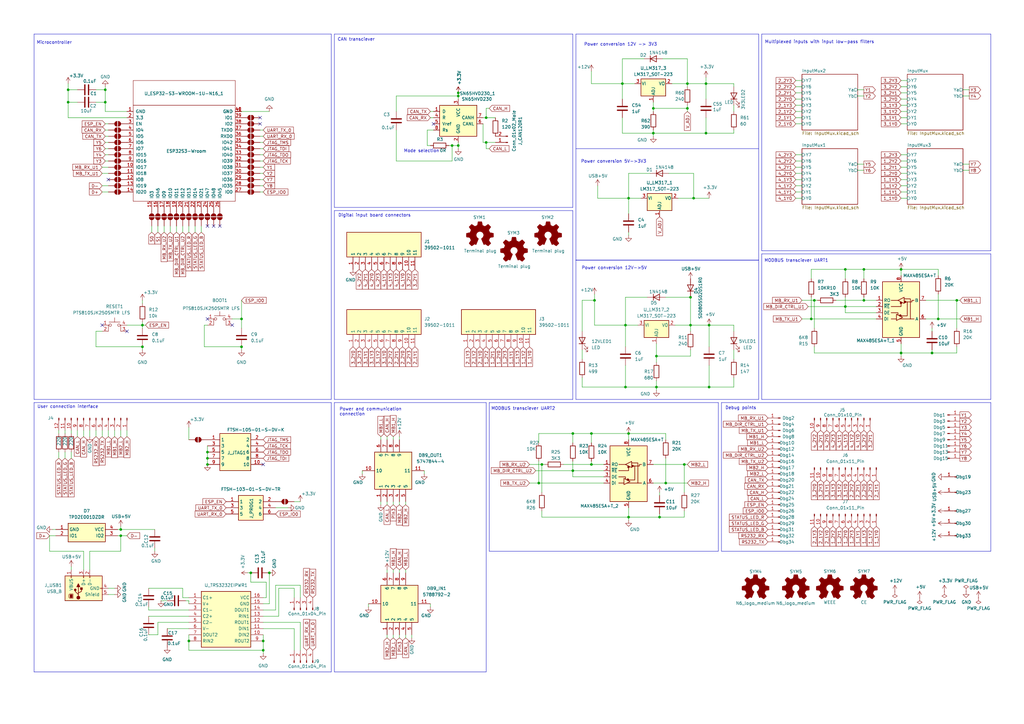
<source format=kicad_sch>
(kicad_sch (version 20231120) (generator "eeschema") (generator_version "8.0")
  (paper "A3")
  (title_block (title "Overlord Actual Schematic") (date "2023-05-19") (rev "Ver 1.0, RevB"))
  (junction (at 290.83 133.35))
  (junction (at 382.27 144.78))
  (junction (at 257.81 177.8))
  (junction (at 354.33 123.19))
  (junction (at 242.57 177.8))
  (junction (at 354.33 110.49))
  (junction (at 110.49 234.95))
  (junction (at 99.06 142.24))
  (junction (at 384.81 130.81))
  (junction (at 281.94 34.29))
  (junction (at 187.96 38.1))
  (junction (at 234.95 177.8))
  (junction (at 289.56 54.61))
  (junction (at 281.94 44.45))
  (junction (at 185.42 59.69))
  (junction (at 369.57 110.49))
  (junction (at 187.96 39.37))
  (junction (at 243.84 123.19))
  (junction (at 369.57 144.78))
  (junction (at 269.24 158.75))
  (junction (at 242.57 190.5))
  (junction (at 49.53 217.17))
  (junction (at 332.74 130.81))
  (junction (at 49.53 219.71))
  (junction (at 85.09 185.42))
  (junction (at 187.96 59.69))
  (junction (at 256.54 158.75))
  (junction (at 77.47 262.89))
  (junction (at 273.05 198.12))
  (junction (at 107.95 266.7))
  (junction (at 43.18 36.83))
  (junction (at 43.18 41.91))
  (junction (at 346.71 110.49))
  (junction (at 334.01 123.19))
  (junction (at 99.06 130.81))
  (junction (at 283.21 121.92))
  (junction (at 255.27 34.29))
  (junction (at 289.56 34.29))
  (junction (at 58.42 142.24))
  (junction (at 85.09 187.96))
  (junction (at 220.98 198.12))
  (junction (at 58.42 133.35))
  (junction (at 346.71 125.73))
  (junction (at 257.81 212.09))
  (junction (at 199.39 48.26))
  (junction (at 392.43 123.19))
  (junction (at 85.09 190.5))
  (junction (at 27.94 36.83))
  (junction (at 222.25 190.5))
  (junction (at 107.95 262.89))
  (junction (at 199.39 58.42))
  (junction (at 102.87 234.95))
  (junction (at 270.51 212.09))
  (junction (at 280.67 190.5))
  (junction (at 256.54 133.35))
  (junction (at 283.21 133.35))
  (junction (at 284.48 81.28))
  (junction (at 290.83 158.75))
  (junction (at 267.97 44.45))
  (junction (at 257.81 81.28))
  (junction (at 234.95 193.04))
  (junction (at 269.24 146.05))
  (junction (at 267.97 54.61))
  (junction (at 27.94 41.91))
  (no_connect (at 85.09 92.71))
  (no_connect (at 106.68 48.26))
  (no_connect (at 107.95 190.5))
  (no_connect (at 90.17 92.71))
  (no_connect (at 41.91 133.35))
  (no_connect (at 95.25 133.35))
  (no_connect (at 106.68 50.8))
  (no_connect (at 85.09 130.81))
  (no_connect (at 87.63 92.71))
  (no_connect (at 44.45 73.66))
  (no_connect (at 52.07 135.89))
  (no_connect (at 177.8 50.8))
  (wire (pts (xy 257.81 177.8) (xy 257.81 180.34)))
  (wire (pts (xy 354.33 67.31) (xy 351.79 67.31)))
  (wire (pts (xy 83.82 133.35) (xy 83.82 142.24)))
  (wire (pts (xy 29.21 233.68) (xy 29.21 232.41)))
  (wire (pts (xy 382.27 134.62) (xy 382.27 135.89)))
  (wire (pts (xy 107.95 71.12) (xy 106.68 71.12)))
  (wire (pts (xy 107.95 63.5) (xy 106.68 63.5)))
  (polyline (pts (xy 137.16 275.59) (xy 199.39 275.59)))
  (wire (pts (xy 22.86 217.17) (xy 21.59 217.17)))
  (wire (pts (xy 187.96 39.37) (xy 187.96 40.64)))
  (wire (pts (xy 222.25 209.55) (xy 222.25 212.09)))
  (wire (pts (xy 198.12 58.42) (xy 199.39 58.42)))
  (wire (pts (xy 273.05 187.96) (xy 273.05 198.12)))
  (wire (pts (xy 369.57 78.74) (xy 372.11 78.74)))
  (polyline (pts (xy 135.89 163.83) (xy 135.89 13.97)))
  (wire (pts (xy 163.83 261.62) (xy 163.83 260.35)))
  (wire (pts (xy 198.12 48.26) (xy 199.39 48.26)))
  (wire (pts (xy 326.39 66.04) (xy 328.93 66.04)))
  (wire (pts (xy 162.56 66.04) (xy 185.42 66.04)))
  (wire (pts (xy 238.76 143.51) (xy 238.76 147.32)))
  (wire (pts (xy 52.07 133.35) (xy 58.42 133.35)))
  (wire (pts (xy 326.39 38.1) (xy 328.93 38.1)))
  (wire (pts (xy 326.39 33.02) (xy 328.93 33.02)))
  (wire (pts (xy 102.87 234.95) (xy 101.6 234.95)))
  (wire (pts (xy 41.91 78.74) (xy 44.45 78.74)))
  (wire (pts (xy 397.51 36.83) (xy 394.97 36.83)))
  (wire (pts (xy 273.05 121.92) (xy 283.21 121.92)))
  (wire (pts (xy 342.9 123.19) (xy 354.33 123.19)))
  (wire (pts (xy 369.57 68.58) (xy 372.11 68.58)))
  (wire (pts (xy 63.5 224.79) (xy 63.5 226.06)))
  (wire (pts (xy 382.27 144.78) (xy 369.57 144.78)))
  (wire (pts (xy 156.21 207.01) (xy 156.21 205.74)))
  (wire (pts (xy 85.09 133.35) (xy 83.82 133.35)))
  (wire (pts (xy 43.18 66.04) (xy 44.45 66.04)))
  (wire (pts (xy 163.83 207.01) (xy 163.83 205.74)))
  (wire (pts (xy 326.39 63.5) (xy 328.93 63.5)))
  (wire (pts (xy 20.32 219.71) (xy 20.32 226.06)))
  (wire (pts (xy 326.39 73.66) (xy 328.93 73.66)))
  (polyline (pts (xy 236.22 106.68) (xy 311.15 106.68)))
  (polyline (pts (xy 13.97 165.1) (xy 135.89 165.1)))
  (wire (pts (xy 289.56 31.75) (xy 289.56 34.29)))
  (wire (pts (xy 346.71 125.73) (xy 346.71 121.92)))
  (wire (pts (xy 300.99 133.35) (xy 290.83 133.35)))
  (wire (pts (xy 49.53 217.17) (xy 63.5 217.17)))
  (polyline (pts (xy 294.64 165.1) (xy 200.66 165.1)))
  (polyline (pts (xy 137.16 86.36) (xy 234.95 86.36)))
  (polyline (pts (xy 406.4 163.83) (xy 406.4 104.14)))
  (wire (pts (xy 113.03 240.03) (xy 123.19 240.03)))
  (wire (pts (xy 58.42 123.19) (xy 58.42 124.46)))
  (wire (pts (xy 369.57 50.8) (xy 372.11 50.8)))
  (wire (pts (xy 173.99 194.31) (xy 173.99 193.04)))
  (wire (pts (xy 334.01 144.78) (xy 369.57 144.78)))
  (wire (pts (xy 85.09 182.88) (xy 85.09 185.42)))
  (wire (pts (xy 354.33 114.3) (xy 354.33 110.49)))
  (wire (pts (xy 326.39 40.64) (xy 328.93 40.64)))
  (wire (pts (xy 158.75 261.62) (xy 158.75 260.35)))
  (wire (pts (xy 326.39 78.74) (xy 328.93 78.74)))
  (wire (pts (xy 369.57 76.2) (xy 372.11 76.2)))
  (wire (pts (xy 120.65 241.3) (xy 120.65 245.11)))
  (wire (pts (xy 334.01 123.19) (xy 328.93 123.19)))
  (wire (pts (xy 271.78 24.13) (xy 281.94 24.13)))
  (wire (pts (xy 77.47 95.25) (xy 77.47 92.71)))
  (wire (pts (xy 257.81 81.28) (xy 262.89 81.28)))
  (wire (pts (xy 223.52 190.5) (xy 222.25 190.5)))
  (wire (pts (xy 289.56 48.26) (xy 289.56 54.61)))
  (wire (pts (xy 242.57 190.5) (xy 242.57 189.23)))
  (wire (pts (xy 59.69 133.35) (xy 58.42 133.35)))
  (wire (pts (xy 120.65 205.74) (xy 123.19 205.74)))
  (wire (pts (xy 74.93 245.11) (xy 74.93 241.3)))
  (wire (pts (xy 77.47 175.26) (xy 77.47 180.34)))
  (wire (pts (xy 220.98 189.23) (xy 220.98 198.12)))
  (wire (pts (xy 234.95 193.04) (xy 219.71 193.04)))
  (wire (pts (xy 83.82 142.24) (xy 99.06 142.24)))
  (wire (pts (xy 107.95 262.89) (xy 107.95 266.7)))
  (wire (pts (xy 64.77 260.35) (xy 64.77 255.27)))
  (wire (pts (xy 257.81 177.8) (xy 242.57 177.8)))
  (wire (pts (xy 300.99 35.56) (xy 300.99 34.29)))
  (wire (pts (xy 256.54 133.35) (xy 256.54 121.92)))
  (wire (pts (xy 39.37 41.91) (xy 43.18 41.91)))
  (wire (pts (xy 156.21 179.07) (xy 156.21 180.34)))
  (wire (pts (xy 85.09 185.42) (xy 85.09 187.96)))
  (wire (pts (xy 242.57 29.21) (xy 242.57 34.29)))
  (wire (pts (xy 284.48 81.28) (xy 278.13 81.28)))
  (wire (pts (xy 162.56 39.37) (xy 187.96 39.37)))
  (wire (pts (xy 280.67 212.09) (xy 270.51 212.09)))
  (wire (pts (xy 99.06 130.81) (xy 99.06 134.62)))
  (wire (pts (xy 158.75 179.07) (xy 158.75 180.34)))
  (wire (pts (xy 220.98 198.12) (xy 247.65 198.12)))
  (wire (pts (xy 46.99 179.07) (xy 46.99 176.53)))
  (wire (pts (xy 107.95 260.35) (xy 107.95 262.89)))
  (wire (pts (xy 238.76 135.89) (xy 238.76 123.19)))
  (wire (pts (xy 49.53 179.07) (xy 49.53 176.53)))
  (wire (pts (xy 107.95 68.58) (xy 106.68 68.58)))
  (wire (pts (xy 283.21 143.51) (xy 283.21 146.05)))
  (wire (pts (xy 267.97 54.61) (xy 267.97 55.88)))
  (wire (pts (xy 77.47 260.35) (xy 77.47 262.89)))
  (wire (pts (xy 39.37 142.24) (xy 58.42 142.24)))
  (wire (pts (xy 36.83 226.06) (xy 49.53 226.06)))
  (wire (pts (xy 60.96 260.35) (xy 64.77 260.35)))
  (wire (pts (xy 34.29 176.53) (xy 34.29 179.07)))
  (wire (pts (xy 270.51 210.82) (xy 270.51 212.09)))
  (polyline (pts (xy 312.42 13.97) (xy 312.42 102.87)))
  (wire (pts (xy 255.27 34.29) (xy 260.35 34.29)))
  (wire (pts (xy 397.51 39.37) (xy 394.97 39.37)))
  (wire (pts (xy 257.81 208.28) (xy 257.81 212.09)))
  (wire (pts (xy 27.94 36.83) (xy 31.75 36.83)))
  (wire (pts (xy 369.57 35.56) (xy 372.11 35.56)))
  (wire (pts (xy 369.57 110.49) (xy 354.33 110.49)))
  (wire (pts (xy 60.96 250.19) (xy 77.47 250.19)))
  (wire (pts (xy 163.83 179.07) (xy 163.83 180.34)))
  (wire (pts (xy 41.91 179.07) (xy 41.91 176.53)))
  (wire (pts (xy 27.94 48.26) (xy 27.94 41.91)))
  (wire (pts (xy 247.65 190.5) (xy 242.57 190.5)))
  (wire (pts (xy 267.97 41.91) (xy 267.97 44.45)))
  (wire (pts (xy 283.21 133.35) (xy 290.83 133.35)))
  (wire (pts (xy 41.91 68.58) (xy 44.45 68.58)))
  (wire (pts (xy 332.74 130.81) (xy 359.41 130.81)))
  (wire (pts (xy 283.21 133.35) (xy 283.21 135.89)))
  (wire (pts (xy 27.94 48.26) (xy 52.07 48.26)))
  (wire (pts (xy 300.99 135.89) (xy 300.99 133.35)))
  (wire (pts (xy 247.65 193.04) (xy 234.95 193.04)))
  (wire (pts (xy 369.57 40.64) (xy 372.11 40.64)))
  (wire (pts (xy 255.27 48.26) (xy 255.27 54.61)))
  (wire (pts (xy 267.97 53.34) (xy 267.97 54.61)))
  (wire (pts (xy 300.99 43.18) (xy 300.99 45.72)))
  (wire (pts (xy 166.37 233.68) (xy 166.37 234.95)))
  (wire (pts (xy 392.43 144.78) (xy 382.27 144.78)))
  (wire (pts (xy 36.83 226.06) (xy 36.83 233.68)))
  (wire (pts (xy 242.57 177.8) (xy 234.95 177.8)))
  (wire (pts (xy 256.54 149.86) (xy 256.54 158.75)))
  (wire (pts (xy 107.95 76.2) (xy 106.68 76.2)))
  (wire (pts (xy 346.71 125.73) (xy 331.47 125.73)))
  (polyline (pts (xy 312.42 13.97) (xy 406.4 13.97)))
  (polyline (pts (xy 236.22 13.97) (xy 311.15 13.97)))
  (polyline (pts (xy 311.15 163.83) (xy 236.22 163.83)))
  (wire (pts (xy 255.27 34.29) (xy 255.27 40.64)))
  (wire (pts (xy 107.95 73.66) (xy 106.68 73.66)))
  (wire (pts (xy 346.71 128.27) (xy 359.41 128.27)))
  (wire (pts (xy 49.53 219.71) (xy 48.26 219.71)))
  (wire (pts (xy 257.81 177.8) (xy 273.05 177.8)))
  (wire (pts (xy 369.57 63.5) (xy 372.11 63.5)))
  (wire (pts (xy 257.81 212.09) (xy 257.81 213.36)))
  (polyline (pts (xy 312.42 102.87) (xy 406.4 102.87)))
  (wire (pts (xy 58.42 132.08) (xy 58.42 133.35)))
  (wire (pts (xy 49.53 226.06) (xy 49.53 219.71)))
  (wire (pts (xy 257.81 81.28) (xy 257.81 87.63)))
  (wire (pts (xy 99.06 123.19) (xy 99.06 130.81)))
  (polyline (pts (xy 234.95 13.97) (xy 234.95 85.09)))
  (wire (pts (xy 163.83 233.68) (xy 163.83 234.95)))
  (wire (pts (xy 176.53 45.72) (xy 177.8 45.72)))
  (wire (pts (xy 397.51 67.31) (xy 394.97 67.31)))
  (wire (pts (xy 29.21 177.8) (xy 29.21 176.53)))
  (wire (pts (xy 234.95 193.04) (xy 234.95 189.23)))
  (wire (pts (xy 359.41 123.19) (xy 354.33 123.19)))
  (wire (pts (xy 369.57 48.26) (xy 372.11 48.26)))
  (wire (pts (xy 397.51 69.85) (xy 394.97 69.85)))
  (wire (pts (xy 43.18 55.88) (xy 44.45 55.88)))
  (polyline (pts (xy 13.97 13.97) (xy 135.89 13.97)))
  (wire (pts (xy 72.39 95.25) (xy 72.39 92.71)))
  (polyline (pts (xy 312.42 163.83) (xy 406.4 163.83)))
  (wire (pts (xy 267.97 44.45) (xy 267.97 45.72)))
  (wire (pts (xy 281.94 43.18) (xy 281.94 44.45)))
  (polyline (pts (xy 295.91 165.1) (xy 295.91 226.06)))
  (wire (pts (xy 95.25 130.81) (xy 99.06 130.81)))
  (wire (pts (xy 269.24 158.75) (xy 290.83 158.75)))
  (polyline (pts (xy 294.64 226.06) (xy 294.64 165.1)))
  (wire (pts (xy 82.55 95.25) (xy 82.55 92.71)))
  (wire (pts (xy 392.43 123.19) (xy 392.43 134.62)))
  (wire (pts (xy 34.29 226.06) (xy 34.29 233.68)))
  (wire (pts (xy 113.03 250.19) (xy 113.03 240.03)))
  (wire (pts (xy 68.58 257.81) (xy 77.47 257.81)))
  (wire (pts (xy 359.41 125.73) (xy 346.71 125.73)))
  (polyline (pts (xy 311.15 106.68) (xy 311.15 163.83)))
  (wire (pts (xy 300.99 154.94) (xy 300.99 158.75)))
  (wire (pts (xy 257.81 95.25) (xy 257.81 96.52)))
  (wire (pts (xy 369.57 33.02) (xy 372.11 33.02)))
  (wire (pts (xy 20.32 219.71) (xy 22.86 219.71)))
  (wire (pts (xy 175.26 59.69) (xy 176.53 59.69)))
  (wire (pts (xy 107.95 267.97) (xy 107.95 266.7)))
  (wire (pts (xy 243.84 133.35) (xy 256.54 133.35)))
  (wire (pts (xy 280.67 209.55) (xy 280.67 212.09)))
  (wire (pts (xy 123.19 240.03) (xy 123.19 245.11)))
  (polyline (pts (xy 137.16 165.1) (xy 137.16 275.59)))
  (wire (pts (xy 234.95 181.61) (xy 234.95 177.8)))
  (polyline (pts (xy 295.91 165.1) (xy 406.4 165.1)))
  (wire (pts (xy 369.57 140.97) (xy 369.57 144.78)))
  (wire (pts (xy 158.75 233.68) (xy 158.75 234.95)))
  (wire (pts (xy 274.32 71.12) (xy 284.48 71.12)))
  (wire (pts (xy 67.31 95.25) (xy 67.31 92.71)))
  (polyline (pts (xy 137.16 85.09) (xy 137.16 13.97)))
  (wire (pts (xy 168.91 261.62) (xy 168.91 260.35)))
  (wire (pts (xy 110.49 247.65) (xy 110.49 234.95)))
  (polyline (pts (xy 13.97 275.59) (xy 135.89 275.59)))
  (wire (pts (xy 281.94 34.29) (xy 275.59 34.29)))
  (wire (pts (xy 161.29 179.07) (xy 161.29 180.34)))
  (polyline (pts (xy 199.39 165.1) (xy 199.39 275.59)))
  (wire (pts (xy 281.94 35.56) (xy 281.94 34.29)))
  (wire (pts (xy 107.95 255.27) (xy 123.19 255.27)))
  (polyline (pts (xy 137.16 165.1) (xy 199.39 165.1)))
  (wire (pts (xy 222.25 190.5) (xy 217.17 190.5)))
  (wire (pts (xy 77.47 262.89) (xy 77.47 266.7)))
  (wire (pts (xy 166.37 207.01) (xy 166.37 205.74)))
  (wire (pts (xy 161.29 233.68) (xy 161.29 234.95)))
  (wire (pts (xy 267.97 44.45) (xy 281.94 44.45)))
  (wire (pts (xy 44.45 243.84) (xy 46.99 243.84)))
  (wire (pts (xy 283.21 121.92) (xy 283.21 133.35)))
  (wire (pts (xy 326.39 48.26) (xy 328.93 48.26)))
  (wire (pts (xy 24.13 177.8) (xy 24.13 176.53)))
  (polyline (pts (xy 137.16 13.97) (xy 234.95 13.97)))
  (wire (pts (xy 332.74 110.49) (xy 346.71 110.49)))
  (wire (pts (xy 107.95 252.73) (xy 114.3 252.73)))
  (wire (pts (xy 185.42 66.04) (xy 185.42 59.69)))
  (wire (pts (xy 199.39 60.96) (xy 200.66 60.96)))
  (wire (pts (xy 379.73 123.19) (xy 392.43 123.19)))
  (polyline (pts (xy 236.22 13.97) (xy 236.22 106.68)))
  (wire (pts (xy 52.07 179.07) (xy 52.07 176.53)))
  (polyline (pts (xy 312.42 104.14) (xy 312.42 163.83)))
  (wire (pts (xy 220.98 198.12) (xy 217.17 198.12)))
  (wire (pts (xy 41.91 71.12) (xy 44.45 71.12)))
  (wire (pts (xy 257.81 71.12) (xy 257.81 81.28)))
  (wire (pts (xy 300.99 34.29) (xy 289.56 34.29)))
  (polyline (pts (xy 13.97 13.97) (xy 13.97 163.83)))
  (wire (pts (xy 269.24 146.05) (xy 269.24 148.59)))
  (wire (pts (xy 43.18 58.42) (xy 44.45 58.42)))
  (wire (pts (xy 77.47 266.7) (xy 107.95 266.7)))
  (wire (pts (xy 60.96 241.3) (xy 74.93 241.3)))
  (wire (pts (xy 222.25 212.09) (xy 257.81 212.09)))
  (wire (pts (xy 369.57 45.72) (xy 372.11 45.72)))
  (wire (pts (xy 270.51 201.93) (xy 270.51 203.2)))
  (wire (pts (xy 199.39 48.26) (xy 203.2 48.26)))
  (wire (pts (xy 60.96 250.19) (xy 60.96 248.92)))
  (wire (pts (xy 369.57 43.18) (xy 372.11 43.18)))
  (wire (pts (xy 242.57 181.61) (xy 242.57 177.8)))
  (wire (pts (xy 255.27 24.13) (xy 264.16 24.13)))
  (wire (pts (xy 107.95 257.81) (xy 120.65 257.81)))
  (wire (pts (xy 107.95 66.04) (xy 106.68 66.04)))
  (polyline (pts (xy 137.16 163.83) (xy 137.16 86.36)))
  (wire (pts (xy 41.91 135.89) (xy 39.37 135.89)))
  (wire (pts (xy 64.77 255.27) (xy 77.47 255.27)))
  (wire (pts (xy 256.54 121.92) (xy 265.43 121.92)))
  (wire (pts (xy 290.83 149.86) (xy 290.83 158.75)))
  (wire (pts (xy 184.15 59.69) (xy 185.42 59.69)))
  (wire (pts (xy 234.95 195.58) (xy 247.65 195.58)))
  (polyline (pts (xy 406.4 165.1) (xy 406.4 226.06)))
  (wire (pts (xy 107.95 250.19) (xy 113.03 250.19)))
  (wire (pts (xy 384.81 110.49) (xy 384.81 113.03)))
  (polyline (pts (xy 236.22 60.96) (xy 311.15 60.96)))
  (wire (pts (xy 346.71 125.73) (xy 346.71 128.27)))
  (wire (pts (xy 231.14 190.5) (xy 242.57 190.5)))
  (wire (pts (xy 326.39 76.2) (xy 328.93 76.2)))
  (wire (pts (xy 66.04 246.38) (xy 68.58 246.38)))
  (wire (pts (xy 102.87 238.76) (xy 102.87 234.95)))
  (wire (pts (xy 166.37 261.62) (xy 166.37 260.35)))
  (wire (pts (xy 58.42 142.24) (xy 58.42 143.51)))
  (wire (pts (xy 200.66 44.45) (xy 199.39 44.45)))
  (wire (pts (xy 300.99 143.51) (xy 300.99 147.32)))
  (wire (pts (xy 44.45 179.07) (xy 44.45 176.53)))
  (wire (pts (xy 107.95 60.96) (xy 106.68 60.96)))
  (wire (pts (xy 382.27 143.51) (xy 382.27 144.78)))
  (wire (pts (xy 290.83 133.35) (xy 290.83 142.24)))
  (wire (pts (xy 44.45 241.3) (xy 46.99 241.3)))
  (wire (pts (xy 175.26 53.34) (xy 175.26 59.69)))
  (wire (pts (xy 120.65 257.81) (xy 120.65 266.7)))
  (wire (pts (xy 162.56 45.72) (xy 162.56 39.37)))
  (wire (pts (xy 49.53 215.9) (xy 49.53 217.17)))
  (wire (pts (xy 43.18 50.8) (xy 44.45 50.8)))
  (wire (pts (xy 161.29 205.74) (xy 161.29 207.01)))
  (wire (pts (xy 256.54 133.35) (xy 261.62 133.35)))
  (polyline (pts (xy 137.16 85.09) (xy 234.95 85.09)))
  (wire (pts (xy 187.96 59.69) (xy 187.96 60.96)))
  (wire (pts (xy 369.57 73.66) (xy 372.11 73.66)))
  (wire (pts (xy 269.24 140.97) (xy 269.24 146.05)))
  (wire (pts (xy 74.93 95.25) (xy 74.93 92.71)))
  (wire (pts (xy 123.19 255.27) (xy 123.19 266.7)))
  (wire (pts (xy 392.43 123.19) (xy 393.7 123.19)))
  (wire (pts (xy 109.22 245.11) (xy 109.22 238.76)))
  (wire (pts (xy 332.74 110.49) (xy 332.74 114.3)))
  (wire (pts (xy 280.67 190.5) (xy 281.94 190.5)))
  (wire (pts (xy 326.39 50.8) (xy 328.93 50.8)))
  (wire (pts (xy 176.53 248.92) (xy 176.53 247.65)))
  (polyline (pts (xy 135.89 275.59) (xy 135.89 165.1)))
  (wire (pts (xy 326.39 68.58) (xy 328.93 68.58)))
  (wire (pts (xy 243.84 123.19) (xy 243.84 133.35)))
  (wire (pts (xy 199.39 58.42) (xy 203.2 58.42)))
  (wire (pts (xy 151.13 248.92) (xy 151.13 247.65)))
  (wire (pts (xy 27.94 36.83) (xy 27.94 34.29)))
  (wire (pts (xy 29.21 187.96) (xy 29.21 185.42)))
  (wire (pts (xy 60.96 252.73) (xy 77.47 252.73)))
  (wire (pts (xy 74.93 245.11) (xy 77.47 245.11)))
  (wire (pts (xy 281.94 45.72) (xy 281.94 44.45)))
  (wire (pts (xy 369.57 110.49) (xy 384.81 110.49)))
  (wire (pts (xy 199.39 44.45) (xy 199.39 48.26)))
  (wire (pts (xy 300.99 158.75) (xy 290.83 158.75)))
  (wire (pts (xy 369.57 71.12) (xy 372.11 71.12)))
  (wire (pts (xy 234.95 193.04) (xy 234.95 195.58)))
  (wire (pts (xy 267.97 190.5) (xy 280.67 190.5)))
  (polyline (pts (xy 234.95 86.36) (xy 234.95 163.83)))
  (wire (pts (xy 257.81 71.12) (xy 266.7 71.12)))
  (wire (pts (xy 36.83 176.53) (xy 36.83 179.07)))
  (wire (pts (xy 26.67 187.96) (xy 26.67 185.42)))
  (wire (pts (xy 39.37 36.83) (xy 43.18 36.83)))
  (wire (pts (xy 267.97 54.61) (xy 289.56 54.61)))
  (wire (pts (xy 300.99 54.61) (xy 289.56 54.61)))
  (wire (pts (xy 245.11 76.2) (xy 245.11 81.28)))
  (wire (pts (xy 369.57 66.04) (xy 372.11 66.04)))
  (wire (pts (xy 148.59 194.31) (xy 148.59 193.04)))
  (polyline (pts (xy 234.95 163.83) (xy 137.16 163.83)))
  (wire (pts (xy 222.25 201.93) (xy 222.25 190.5)))
  (wire (pts (xy 334.01 142.24) (xy 334.01 144.78)))
  (wire (pts (xy 107.95 58.42) (xy 106.68 58.42)))
  (wire (pts (xy 161.29 261.62) (xy 161.29 260.35)))
  (wire (pts (xy 99.06 45.72) (xy 110.49 45.72)))
  (wire (pts (xy 335.28 123.19) (xy 334.01 123.19)))
  (wire (pts (xy 284.48 71.12) (xy 284.48 81.28)))
  (wire (pts (xy 281.94 24.13) (xy 281.94 34.29)))
  (wire (pts (xy 280.67 190.5) (xy 280.67 201.93)))
  (wire (pts (xy 346.71 114.3) (xy 346.71 110.49)))
  (wire (pts (xy 273.05 177.8) (xy 273.05 180.34)))
  (wire (pts (xy 243.84 120.65) (xy 243.84 123.19)))
  (wire (pts (xy 332.74 121.92) (xy 332.74 130.81)))
  (wire (pts (xy 269.24 158.75) (xy 269.24 156.21)))
  (wire (pts (xy 187.96 38.1) (xy 187.96 39.37)))
  (wire (pts (xy 255.27 24.13) (xy 255.27 34.29)))
  (wire (pts (xy 354.33 39.37) (xy 351.79 39.37)))
  (wire (pts (xy 185.42 59.69) (xy 187.96 59.69)))
  (wire (pts (xy 220.98 177.8) (xy 220.98 181.61)))
  (wire (pts (xy 199.39 58.42) (xy 199.39 60.96)))
  (wire (pts (xy 255.27 54.61) (xy 267.97 54.61)))
  (wire (pts (xy 109.22 238.76) (xy 102.87 238.76)))
  (wire (pts (xy 43.18 53.34) (xy 44.45 53.34)))
  (wire (pts (xy 107.95 78.74) (xy 106.68 78.74)))
  (wire (pts (xy 69.85 95.25) (xy 69.85 92.71)))
  (wire (pts (xy 114.3 241.3) (xy 120.65 241.3)))
  (wire (pts (xy 334.01 134.62) (xy 334.01 123.19)))
  (wire (pts (xy 107.95 245.11) (xy 109.22 245.11)))
  (wire (pts (xy 300.99 53.34) (xy 300.99 54.61)))
  (wire (pts (xy 256.54 158.75) (xy 269.24 158.75)))
  (wire (pts (xy 177.8 53.34) (xy 175.26 53.34)))
  (wire (pts (xy 283.21 133.35) (xy 276.86 133.35)))
  (wire (pts (xy 384.81 120.65) (xy 384.81 130.81)))
  (wire (pts (xy 326.39 71.12) (xy 328.93 71.12)))
  (wire (pts (xy 369.57 110.49) (xy 369.57 113.03)))
  (wire (pts (xy 62.23 92.71) (xy 62.23 95.25)))
  (wire (pts (xy 39.37 179.07) (xy 39.37 176.53)))
  (wire (pts (xy 369.57 144.78) (xy 369.57 146.05)))
  (wire (pts (xy 326.39 81.28) (xy 328.93 81.28)))
  (wire (pts (xy 384.81 130.81) (xy 379.73 130.81)))
  (wire (pts (xy 52.07 219.71) (xy 49.53 219.71)))
  (wire (pts (xy 43.18 45.72) (xy 52.07 45.72)))
  (wire (pts (xy 281.94 34.29) (xy 289.56 34.29)))
  (polyline (pts (xy 13.97 163.83) (xy 135.89 163.83)))
  (wire (pts (xy 107.95 55.88) (xy 106.68 55.88)))
  (wire (pts (xy 107.95 247.65) (xy 110.49 247.65)))
  (wire (pts (xy 220.98 177.8) (xy 234.95 177.8)))
  (wire (pts (xy 354.33 110.49) (xy 346.71 110.49)))
  (wire (pts (xy 49.53 217.17) (xy 48.26 217.17)))
  (wire (pts (xy 27.94 41.91) (xy 27.94 36.83)))
  (wire (pts (xy 392.43 142.24) (xy 392.43 144.78)))
  (wire (pts (xy 99.06 142.24) (xy 99.06 143.51)))
  (wire (pts (xy 270.51 212.09) (xy 257.81 212.09)))
  (wire (pts (xy 354.33 123.19) (xy 354.33 121.92)))
  (wire (pts (xy 238.76 154.94) (xy 238.76 158.75)))
  (wire (pts (xy 114.3 252.73) (xy 114.3 241.3)))
  (wire (pts (xy 245.11 81.28) (xy 257.81 81.28)))
  (wire (pts (xy 26.67 177.8) (xy 26.67 176.53)))
  (polyline (pts (xy 200.66 226.06) (xy 294.64 226.06)))
  (wire (pts (xy 198.12 50.8) (xy 198.12 58.42)))
  (wire (pts (xy 354.33 69.85) (xy 351.79 69.85)))
  (wire (pts (xy 118.11 208.28) (xy 113.03 208.28)))
  (polyline (pts (xy 311.15 13.97) (xy 311.15 106.68)))
  (wire (pts (xy 354.33 36.83) (xy 351.79 36.83)))
  (wire (pts (xy 41.91 76.2) (xy 44.45 76.2)))
  (wire (pts (xy 289.56 34.29) (xy 289.56 40.64)))
  (wire (pts (xy 177.8 48.26) (xy 176.53 48.26)))
  (wire (pts (xy 27.94 41.91) (xy 31.75 41.91)))
  (wire (pts (xy 43.18 41.91) (xy 43.18 45.72)))
  (wire (pts (xy 64.77 92.71) (xy 64.77 95.25)))
  (wire (pts (xy 43.18 60.96) (xy 44.45 60.96)))
  (wire (pts (xy 24.13 187.96) (xy 24.13 185.42)))
  (polyline (pts (xy 13.97 165.1) (xy 13.97 275.59)))
  (wire (pts (xy 326.39 43.18) (xy 328.93 43.18)))
  (wire (pts (xy 39.37 135.89) (xy 39.37 142.24)))
  (wire (pts (xy 326.39 35.56) (xy 328.93 35.56)))
  (wire (pts (xy 158.75 207.01) (xy 158.75 205.74)))
  (wire (pts (xy 269.24 158.75) (xy 269.24 160.02)))
  (wire (pts (xy 187.96 58.42) (xy 187.96 59.69)))
  (wire (pts (xy 162.56 53.34) (xy 162.56 66.04)))
  (wire (pts (xy 242.57 34.29) (xy 255.27 34.29)))
  (wire (pts (xy 20.32 226.06) (xy 34.29 226.06)))
  (polyline (pts (xy 236.22 106.68) (xy 236.22 163.83)))
  (wire (pts (xy 238.76 123.19) (xy 243.84 123.19)))
  (wire (pts (xy 238.76 158.75) (xy 256.54 158.75)))
  (polyline (pts (xy 311.15 106.68) (xy 236.22 106.68)))
  (polyline (pts (xy 406.4 102.87) (xy 406.4 13.97)))
  (wire (pts (xy 393.7 130.81) (xy 384.81 130.81)))
  (polyline (pts (xy 406.4 104.14) (xy 312.42 104.14)))
  (wire (pts (xy 43.18 36.83) (xy 43.18 41.91)))
  (wire (pts (xy 76.2 246.38) (xy 77.47 246.38)))
  (wire (pts (xy 256.54 133.35) (xy 256.54 142.24)))
  (wire (pts (xy 369.57 38.1) (xy 372.11 38.1)))
  (wire (pts (xy 107.95 53.34) (xy 106.68 53.34)))
  (wire (pts (xy 43.18 63.5) (xy 44.45 63.5)))
  (polyline (pts (xy 406.4 226.06) (xy 295.91 226.06)))
  (wire (pts (xy 281.94 198.12) (xy 273.05 198.12)))
  (wire (pts (xy 273.05 198.12) (xy 267.97 198.12)))
  (wire (pts (xy 80.01 95.25) (xy 80.01 92.71)))
  (polyline (pts (xy 200.66 165.1) (xy 200.66 226.06)))
  (wire (pts (xy 332.74 130.81) (xy 328.93 130.81)))
  (wire (pts (xy 369.57 81.28) (xy 372.11 81.28)))
  (wire (pts (xy 284.48 81.28) (xy 290.83 81.28)))
  (wire (pts (xy 31.75 176.53) (xy 31.75 179.07)))
  (wire (pts (xy 326.39 45.72) (xy 328.93 45.72)))
  (wire (pts (xy 77.47 246.38) (xy 77.47 247.65)))
  (wire (pts (xy 269.24 146.05) (xy 283.21 146.05)))
  (wire (pts (xy 43.18 35.56) (xy 43.18 36.83)))
  (wire (pts (xy 58.42 133.35) (xy 58.42 134.62)))
  (wire (pts (xy 85.09 187.96) (xy 85.09 190.5)))
  (text "CAN transciever" (at 138.43 17.018 0) (effects (font (size 1.27 1.27)) (justify left bottom)))
  (text "Microcontroller" (at 14.986 18.288 0) (effects (font (size 1.27 1.27)) (justify left bottom)))
  (text "Power conversion 12V->5V" (at 238.506 110.744 0) (effects (font (size 1.27 1.27)) (justify left bottom)))
  (text "MODBUS transciever UART1\n" (at 313.436 107.696 0) (effects (font (size 1.27 1.27)) (justify left bottom)))
  (text "MODBUS transciever UART2\n" (at 201.422 168.402 0) (effects (font (size 1.27 1.27)) (justify left bottom)))
  (text "User connection interface" (at 15.24 167.64 0) (effects (font (size 1.27 1.27)) (justify left bottom)))
  (text "Multiplexed inputs with input low-pass filters" (at 313.69 18.034 0) (effects (font (size 1.27 1.27)) (justify left bottom)))
  (text "Power conversion 5V->3V3" (at 238.252 67.056 0) (effects (font (size 1.27 1.27)) (justify left bottom)))
  (text "Digital input board connectors" (at 138.684 89.154 0) (effects (font (size 1.27 1.27)) (justify left bottom)))
  (text "Power conversion 12V -> 3V3" (at 239.522 19.05 0) (effects (font (size 1.27 1.27)) (justify left bottom)))
  (text "Power and communication\nconnection" (at 139.192 170.688 0) (effects (font (size 1.27 1.27)) (justify left bottom)))
  (text "Debug points" (at 297.434 168.148 0) (effects (font (size 1.27 1.27)) (justify left bottom)))
  (text "Mode selection\n" (at 165.608 62.738 0) (effects (font (size 1.27 1.27)) (justify left bottom)))
  (global_label "1_1Y1" (shape input) (at 209.55 142.24 270) (property "Intersheetrefs" "${INTERSHEET_REFS}" (effects (hide yes))))
  (global_label "3_2Y3" (shape input) (at 336.55 196.85 270) (property "Intersheetrefs" "${INTERSHEET_REFS}" (effects (hide yes))))
  (global_label "4_2Y1" (shape input) (at 149.86 110.49 270) (property "Intersheetrefs" "${INTERSHEET_REFS}" (effects (hide yes))))
  (global_label "CAN_TX" (shape input) (at 176.53 45.72 180) (property "Intersheetrefs" "${INTERSHEET_REFS}" (effects (hide yes))))
  (global_label "1_1Y3" (shape input) (at 369.57 73.66 180) (property "Intersheetrefs" "${INTERSHEET_REFS}" (effects (hide yes))))
  (global_label "ESP_EN" (shape input) (at 43.18 50.8 180) (property "Intersheetrefs" "${INTERSHEET_REFS}" (effects (hide yes))))
  (global_label "ESP_IO0" (shape input) (at 99.06 123.19 0) (property "Intersheetrefs" "${INTERSHEET_REFS}" (effects (hide yes))))
  (global_label "MB2_H" (shape input) (at 158.75 261.62 270) (property "Intersheetrefs" "${INTERSHEET_REFS}" (effects (hide yes))))
  (global_label "Y8" (shape output) (at 393.7 187.96 0) (property "Intersheetrefs" "${INTERSHEET_REFS}" (effects (hide yes))))
  (global_label "MB2_H" (shape input) (at 281.94 198.12 0) (property "Intersheetrefs" "${INTERSHEET_REFS}" (effects (hide yes))))
  (global_label "UART_RX_0" (shape input) (at 125.73 266.7 90) (property "Intersheetrefs" "${INTERSHEET_REFS}" (effects (hide yes))))
  (global_label "4_1Y3" (shape input) (at 326.39 73.66 180) (property "Intersheetrefs" "${INTERSHEET_REFS}" (effects (hide yes))))
  (global_label "1_1Y0" (shape input) (at 217.17 142.24 270) (property "Intersheetrefs" "${INTERSHEET_REFS}" (effects (hide yes))))
  (global_label "4_2Y0" (shape input) (at 326.39 71.12 180) (property "Intersheetrefs" "${INTERSHEET_REFS}" (effects (hide yes))))
  (global_label "2_1Y1" (shape input) (at 170.18 142.24 270) (property "Intersheetrefs" "${INTERSHEET_REFS}" (effects (hide yes))))
  (global_label "4_1Y1" (shape input) (at 326.39 78.74 180) (property "Intersheetrefs" "${INTERSHEET_REFS}" (effects (hide yes))))
  (global_label "STATUS_LED_B" (shape input) (at 314.96 217.17 180) (property "Intersheetrefs" "${INTERSHEET_REFS}" (effects (hide yes))))
  (global_label "3_1Y2" (shape input) (at 369.57 45.72 180) (property "Intersheetrefs" "${INTERSHEET_REFS}" (effects (hide yes))))
  (global_label "MB2_L" (shape input) (at 49.53 179.07 270) (property "Intersheetrefs" "${INTERSHEET_REFS}" (effects (hide yes))))
  (global_label "Y4" (shape output) (at 393.7 177.8 0) (property "Intersheetrefs" "${INTERSHEET_REFS}" (effects (hide yes))))
  (global_label "MB_RX_U1" (shape input) (at 314.96 171.45 180) (property "Intersheetrefs" "${INTERSHEET_REFS}" (effects (hide yes))))
  (global_label "2_1Y3" (shape input) (at 326.39 43.18 180) (property "Intersheetrefs" "${INTERSHEET_REFS}" (effects (hide yes))))
  (global_label "3_2Y2" (shape input) (at 167.64 110.49 270) (property "Intersheetrefs" "${INTERSHEET_REFS}" (effects (hide yes))))
  (global_label "4_1Y0" (shape input) (at 351.79 176.53 270) (property "Intersheetrefs" "${INTERSHEET_REFS}" (effects (hide yes))))
  (global_label "1_1Y3" (shape input) (at 212.09 142.24 270) (property "Intersheetrefs" "${INTERSHEET_REFS}" (effects (hide yes))))
  (global_label "2_1Y3" (shape input) (at 334.01 215.9 270) (property "Intersheetrefs" "${INTERSHEET_REFS}" (effects (hide yes))))
  (global_label "CAN_H" (shape input) (at 314.96 201.93 180) (property "Intersheetrefs" "${INTERSHEET_REFS}" (effects (hide yes))))
  (global_label "RS232_TX" (shape input) (at 128.27 245.11 90) (property "Intersheetrefs" "${INTERSHEET_REFS}" (effects (hide yes))))
  (global_label "RS232_TX" (shape input) (at 41.91 179.07 270) (property "Intersheetrefs" "${INTERSHEET_REFS}" (effects (hide yes))))
  (global_label "1_1Y0" (shape input) (at 359.41 215.9 270) (property "Intersheetrefs" "${INTERSHEET_REFS}" (effects (hide yes))))
  (global_label "CAN_H" (shape input) (at 200.66 44.45 0) (property "Intersheetrefs" "${INTERSHEET_REFS}" (effects (hide yes))))
  (global_label "1_2Y3" (shape input) (at 369.57 63.5 180) (property "Intersheetrefs" "${INTERSHEET_REFS}" (effects (hide yes))))
  (global_label "MB1_L" (shape input) (at 156.21 179.07 90) (property "Intersheetrefs" "${INTERSHEET_REFS}" (effects (hide yes))))
  (global_label "4_1Y3" (shape input) (at 160.02 110.49 270) (property "Intersheetrefs" "${INTERSHEET_REFS}" (effects (hide yes))))
  (global_label "CAN_TX" (shape input) (at 43.18 55.88 180) (property "Intersheetrefs" "${INTERSHEET_REFS}" (effects (hide yes))))
  (global_label "3_1Y0" (shape input) (at 369.57 50.8 180) (property "Intersheetrefs" "${INTERSHEET_REFS}" (effects (hide yes))))
  (global_label "1_2Y0" (shape input) (at 369.57 71.12 180) (property "Intersheetrefs" "${INTERSHEET_REFS}" (effects (hide yes))))
  (global_label "4_2Y3" (shape input) (at 341.63 176.53 270) (property "Intersheetrefs" "${INTERSHEET_REFS}" (effects (hide yes))))
  (global_label "Y3" (shape output) (at 397.51 36.83 0) (property "Intersheetrefs" "${INTERSHEET_REFS}" (effects (hide yes))))
  (global_label "CAN_RX" (shape input) (at 43.18 53.34 180) (property "Intersheetrefs" "${INTERSHEET_REFS}" (effects (hide yes))))
  (global_label "1_2Y1" (shape input) (at 344.17 215.9 270) (property "Intersheetrefs" "${INTERSHEET_REFS}" (effects (hide yes))))
  (global_label "3_2Y2" (shape input) (at 354.33 176.53 270) (property "Intersheetrefs" "${INTERSHEET_REFS}" (effects (hide yes))))
  (global_label "MB2_L" (shape input) (at 314.96 194.31 180) (property "Intersheetrefs" "${INTERSHEET_REFS}" (effects (hide yes))))
  (global_label "4_2Y1" (shape input) (at 336.55 176.53 270) (property "Intersheetrefs" "${INTERSHEET_REFS}" (effects (hide yes))))
  (global_label "2_2Y2" (shape input) (at 326.39 35.56 180) (property "Intersheetrefs" "${INTERSHEET_REFS}" (effects (hide yes))))
  (global_label "MB_TX_U2" (shape input) (at 217.17 198.12 180) (property "Intersheetrefs" "${INTERSHEET_REFS}" (effects (hide yes))))
  (global_label "3_2Y1" (shape input) (at 170.18 110.49 270) (property "Intersheetrefs" "${INTERSHEET_REFS}" (effects (hide yes))))
  (global_label "3_2Y3" (shape input) (at 369.57 33.02 180) (property "Intersheetrefs" "${INTERSHEET_REFS}" (effects (hide yes))))
  (global_label "UART_TX_0" (shape input) (at 92.71 208.28 180) (property "Intersheetrefs" "${INTERSHEET_REFS}" (effects (hide yes))))
  (global_label "Y8" (shape input) (at 107.95 76.2 0) (property "Intersheetrefs" "${INTERSHEET_REFS}" (effects (hide yes))))
  (global_label "D-" (shape input) (at 52.07 219.71 0) (property "Intersheetrefs" "${INTERSHEET_REFS}" (effects (hide yes))))
  (global_label "CAN_H" (shape input) (at 158.75 179.07 90) (property "Intersheetrefs" "${INTERSHEET_REFS}" (effects (hide yes))))
  (global_label "MB_DIR_CTRL_U2" (shape input) (at 74.93 95.25 270) (property "Intersheetrefs" "${INTERSHEET_REFS}" (effects (hide yes))))
  (global_label "STATUS_LED_R" (shape input) (at 314.96 212.09 180) (property "Intersheetrefs" "${INTERSHEET_REFS}" (effects (hide yes))))
  (global_label "1_1Y3" (shape input) (at 354.33 215.9 270) (property "Intersheetrefs" "${INTERSHEET_REFS}" (effects (hide yes))))
  (global_label "MB1_H" (shape input) (at 314.96 179.07 180) (property "Intersheetrefs" "${INTERSHEET_REFS}" (effects (hide yes))))
  (global_label "D+" (shape input) (at 20.32 219.71 180) (property "Intersheetrefs" "${INTERSHEET_REFS}" (effects (hide yes))))
  (global_label "3_2Y0" (shape input) (at 144.78 142.24 270) (property "Intersheetrefs" "${INTERSHEET_REFS}" (effects (hide yes))))
  (global_label "Y4" (shape input) (at 43.18 63.5 180) (property "Intersheetrefs" "${INTERSHEET_REFS}" (effects (hide yes))))
  (global_label "MB_RX_U1" (shape input) (at 328.93 123.19 180) (property "Intersheetrefs" "${INTERSHEET_REFS}" (effects (hide yes))))
  (global_label "JTAG_TDO" (shape input) (at 107.95 63.5 0) (property "Intersheetrefs" "${INTERSHEET_REFS}" (effects (hide yes))))
  (global_label "Y7" (shape output) (at 397.51 67.31 0) (property "Intersheetrefs" "${INTERSHEET_REFS}" (effects (hide yes))))
  (global_label "2_1Y1" (shape input) (at 326.39 48.26 180) (property "Intersheetrefs" "${INTERSHEET_REFS}" (effects (hide yes))))
  (global_label "4_1Y0" (shape input) (at 326.39 81.28 180) (property "Intersheetrefs" "${INTERSHEET_REFS}" (effects (hide yes))))
  (global_label "MB_RX_U2" (shape input) (at 314.96 184.15 180) (property "Intersheetrefs" "${INTERSHEET_REFS}" (effects (hide yes))))
  (global_label "CAN_H" (shape input) (at 163.83 233.68 90) (property "Intersheetrefs" "${INTERSHEET_REFS}" (effects (hide yes))))
  (global_label "1_1Y2" (shape input) (at 356.87 215.9 270) (property "Intersheetrefs" "${INTERSHEET_REFS}" (effects (hide yes))))
  (global_label "1_2Y1" (shape input) (at 201.93 142.24 270) (property "Intersheetrefs" "${INTERSHEET_REFS}" (effects (hide yes))))
  (global_label "2_1Y0" (shape input) (at 196.85 142.24 270) (property "Intersheetrefs" "${INTERSHEET_REFS}" (effects (hide yes))))
  (global_label "1_2Y3" (shape input) (at 349.25 215.9 270) (property "Intersheetrefs" "${INTERSHEET_REFS}" (effects (hide yes))))
  (global_label "4_2Y2" (shape input) (at 334.01 176.53 270) (property "Intersheetrefs" "${INTERSHEET_REFS}" (effects (hide yes))))
  (global_label "1_1Y1" (shape input) (at 369.57 78.74 180) (property "Intersheetrefs" "${INTERSHEET_REFS}" (effects (hide yes))))
  (global_label "CAN_RX" (shape input) (at 314.96 199.39 180) (property "Intersheetrefs" "${INTERSHEET_REFS}" (effects (hide yes))))
  (global_label "4_1Y2" (shape input) (at 349.25 176.53 270) (property "Intersheetrefs" "${INTERSHEET_REFS}" (effects (hide yes))))
  (global_label "MB1_L" (shape input) (at 314.96 181.61 180) (property "Intersheetrefs" "${INTERSHEET_REFS}" (effects (hide yes))))
  (global_label "Y6" (shape output) (at 354.33 69.85 0) (property "Intersheetrefs" "${INTERSHEET_REFS}" (effects (hide yes))))
  (global_label "UART_RX_0" (shape input) (at 92.71 210.82 180) (property "Intersheetrefs" "${INTERSHEET_REFS}" (effects (hide yes))))
  (global_label "Y2" (shape input) (at 107.95 71.12 0) (property "Intersheetrefs" "${INTERSHEET_REFS}" (effects (hide yes))))
  (global_label "1_1Y1" (shape input) (at 351.79 215.9 270) (property "Intersheetrefs" "${INTERSHEET_REFS}" (effects (hide yes))))
  (global_label "4_2Y2" (shape input) (at 326.39 66.04 180) (property "Intersheetrefs" "${INTERSHEET_REFS}" (effects (hide yes))))
  (global_label "Y6" (shape input) (at 43.18 60.96 180) (property "Intersheetrefs" "${INTERSHEET_REFS}" (effects (hide yes))))
  (global_label "D-" (shape input) (at 41.91 76.2 180) (property "Intersheetrefs" "${INTERSHEET_REFS}" (effects (hide yes))))
  (global_label "CAN_L" (shape input) (at 314.96 204.47 180) (property "Intersheetrefs" "${INTERSHEET_REFS}" (effects (hide yes))))
  (global_label "JTAG_TDO" (shape input) (at 107.95 185.42 0) (property "Intersheetrefs" "${INTERSHEET_REFS}" (effects (hide yes))))
  (global_label "CAN_L" (shape input) (at 166.37 261.62 270) (property "Intersheetrefs" "${INTERSHEET_REFS}" (effects (hide yes))))
  (global_label "MB_TX_U1" (shape input) (at 314.96 176.53 180) (property "Intersheetrefs" "${INTERSHEET_REFS}" (effects (hide yes))))
  (global_label "UART_TX_0" (shape input) (at 128.27 266.7 90) (property "Intersheetrefs" "${INTERSHEET_REFS}" (effects (hide yes))))
  (global_label "MB2_H" (shape input) (at 166.37 207.01 270) (property "Intersheetrefs" "${INTERSHEET_REFS}" (effects (hide yes))))
  (global_label "MB1_L" (shape input) (at 44.45 179.07 270) (property "Intersheetrefs" "${INTERSHEET_REFS}" (effects (hide yes))))
  (global_label "RS232_RX" (shape input) (at 39.37 179.07 270) (property "Intersheetrefs" "${INTERSHEET_REFS}" (effects (hide yes))))
  (global_label "1_1Y2" (shape input) (at 214.63 142.24 270) (property "Intersheetrefs" "${INTERSHEET_REFS}" (effects (hide yes))))
  (global_label "1_1Y0" (shape input) (at 369.57 81.28 180) (property "Intersheetrefs" "${INTERSHEET_REFS}" (effects (hide yes))))
  (global_label "3_2Y0" (shape input) (at 334.01 196.85 270) (property "Intersheetrefs" "${INTERSHEET_REFS}" (effects (hide yes))))
  (global_label "CAN_TX" (shape input) (at 314.96 196.85 180) (property "Intersheetrefs" "${INTERSHEET_REFS}" (effects (hide yes))))
  (global_label "2_1Y1" (shape input) (at 359.41 196.85 270) (property "Intersheetrefs" "${INTERSHEET_REFS}" (effects (hide yes))))
  (global_label "Y1" (shape input) (at 107.95 68.58 0) (property "Intersheetrefs" "${INTERSHEET_REFS}" (effects (hide yes))))
  (global_label "RS232_TX" (shape input) (at 314.96 222.25 180) (property "Intersheetrefs" "${INTERSHEET_REFS}" (effects (hide yes))))
  (global_label "MB1_H" (shape input) (at 46.99 179.07 270) (property "Intersheetrefs" "${INTERSHEET_REFS}" (effects (hide yes))))
  (global_label "CAN_RX" (shape input) (at 176.53 48.26 180) (property "Intersheetrefs" "${INTERSHEET_REFS}" (effects (hide yes))))
  (global_label "JTAG_TDI" (shape input) (at 107.95 187.96 0) (property "Intersheetrefs" "${INTERSHEET_REFS}" (effects (hide yes))))
  (global_label "UART_TX_0" (shape input) (at 107.95 53.34 0) (property "Intersheetrefs" "${INTERSHEET_REFS}" (effects (hide yes))))
  (global_label "JTAG_TMS" (shape input) (at 107.95 58.42 0) (property "Intersheetrefs" "${INTERSHEET_REFS}" (effects (hide yes))))
  (global_label "3_1Y2" (shape input) (at 344.17 196.85 270) (property "Intersheetrefs" "${INTERSHEET_REFS}" (effects (hide yes))))
  (global_label "3_1Y3" (shape input) (at 369.57 43.18 180) (property "Intersheetrefs" "${INTERSHEET_REFS}" (effects (hide yes))))
  (global_label "1_2Y2" (shape input) (at 369.57 66.04 180) (property "Intersheetrefs" "${INTERSHEET_REFS}" (effects (hide yes))))
  (global_label "Y4" (shape output) (at 397.51 39.37 0) (property "Intersheetrefs" "${INTERSHEET_REFS}" (effects (hide yes))))
  (global_label "STATUS_LED_G" (shape input) (at 80.01 95.25 270) (property "Intersheetrefs" "${INTERSHEET_REFS}" (effects (hide yes))))
  (global_label "Y2" (shape output) (at 354.33 39.37 0) (property "Intersheetrefs" "${INTERSHEET_REFS}" (effects (hide yes))))
  (global_label "S0" (shape input) (at 62.23 95.25 270) (property "Intersheetrefs" "${INTERSHEET_REFS}" (effects (hide yes))))
  (global_label "Y8" (shape output) (at 397.51 69.85 0) (property "Intersheetrefs" "${INTERSHEET_REFS}" (effects (hide yes))))
  (global_label "ESP_IO0" (shape input) (at 314.96 209.55 180) (property "Intersheetrefs" "${INTERSHEET_REFS}" (effects (hide yes))))
  (global_label "Pin3" (shape input) (at 163.83 261.62 270) (property "Intersheetrefs" "${INTERSHEET_REFS}" (effects (hide yes))))
  (global_label "JTAG_TDI" (shape input) (at 107.95 60.96 0) (property "Intersheetrefs" "${INTERSHEET_REFS}" (effects (hide yes))))
  (global_label "1_2Y3" (shape input) (at 207.01 142.24 270) (property "Intersheetrefs" "${INTERSHEET_REFS}" (effects (hide yes))))
  (global_label "2_2Y0" (shape input) (at 354.33 196.85 270) (property "Intersheetrefs" "${INTERSHEET_REFS}" (effects (hide yes))))
  (global_label "2_1Y3" (shape input) (at 191.77 142.24 270) (property "Intersheetrefs" "${INTERSHEET_REFS}" (effects (hide yes))))
  (global_label "MB2_H" (shape input) (at 314.96 191.77 180) (property "Intersheetrefs" "${INTERSHEET_REFS}" (effects (hide yes))))
  (global_label "3_2Y1" (shape input) (at 369.57 38.1 180) (property "Intersheetrefs" "${INTERSHEET_REFS}" (effects (hide yes))))
  (global_label "4_2Y0" (shape input) (at 152.4 110.49 270) (property "Intersheetrefs" "${INTERSHEET_REFS}" (effects (hide yes))))
  (global_label "3_1Y1" (shape input) (at 149.86 142.24 270) (property "Intersheetrefs" "${INTERSHEET_REFS}" (effects (hide yes))))
  (global_label "4_2Y2" (shape input) (at 147.32 110.49 270) (property "Intersheetrefs" "${INTERSHEET_REFS}" (effects (hide yes))))
  (global_label "Y1" (shape output) (at 393.7 170.18 0) (property "Intersheetrefs" "${INTERSHEET_REFS}" (effects (hide yes))))
  (global_label "3_2Y0" (shape input) (at 369.57 40.64 180) (property "Intersheetrefs" "${INTERSHEET_REFS}" (effects (hide yes))))
  (global_label "V_ADJ" (shape input) (at 281.94 45.72 270) (property "Intersheetrefs" "${INTERSHEET_REFS}" (effects (hide yes))))
  (global_label "2_2Y0" (shape input) (at 326.39 40.64 180) (property "Intersheetrefs" "${INTERSHEET_REFS}" (effects (hide yes))))
  (global_label "4_2Y0" (shape input) (at 339.09 176.53 270) (property "Intersheetrefs" "${INTERSHEET_REFS}" (effects (hide yes))))
  (global_label "MB_DIR_CTRL_U1" (shape input) (at 331.47 125.73 180) (property "Intersheetrefs" "${INTERSHEET_REFS}" (effects (hide yes))))
  (global_label "4_1Y2" (shape input) (at 162.56 110.49 270) (property "Intersheetrefs" "${INTERSHEET_REFS}" (effects (hide yes))))
  (global_label "3_1Y0" (shape input) (at 157.48 142.24 270) (property "Intersheetrefs" "${INTERSHEET_REFS}" (effects (hide yes))))
  (global_label "STATUS_LED_B" (shape input) (at 82.55 95.25 270) (property "Intersheetrefs" "${INTERSHEET_REFS}" (effects (hide yes))))
  (global_label "CAN_L" (shape input) (at 200.66 60.96 0) (property "Intersheetrefs" "${INTERSHEET_REFS}" (effects (hide yes))))
  (global_label "1_2Y0" (shape input) (at 346.71 215.9 270) (property "Intersheetrefs" "${INTERSHEET_REFS}" (effects (hide yes))))
  (global_label "MB2_L" (shape input) (at 163.83 207.01 270) (property "Intersheetrefs" "${INTERSHEET_REFS}" (effects (hide yes))))
  (global_label "S1" (shape input) (at 64.77 95.25 270) (property "Intersheetrefs" "${INTERSHEET_REFS}" (effects (hide yes))))
  (global_label "Y5" (shape input) (at 43.18 58.42 180) (property "Intersheetrefs" "${INTERSHEET_REFS}" (effects (hide yes))))
  (global_label "MB2_L" (shape input) (at 281.94 190.5 0) (property "Intersheetrefs" "${INTERSHEET_REFS}" (effects (hide yes))))
  (global_label "MB_RX_U1" (shape input) (at 41.91 68.58 180) (property "Intersheetrefs" "${INTERSHEET_REFS}" (effects (hide yes))))
  (global_label "2_1Y0" (shape input) (at 339.09 215.9 270) (property "Intersheetrefs" "${INTERSHEET_REFS}" (effects (hide yes))))
  (global_label "3_2Y1" (shape input) (at 356.87 176.53 270) (property "Intersheetrefs" "${INTERSHEET_REFS}" (effects (hide yes))))
  (global_label "4_1Y1" (shape input) (at 344.17 176.53 270) (property "Intersheetrefs" "${INTERSHEET_REFS}" (effects (hide yes))))
  (global_label "JTAG_TMS" (shape input) (at 107.95 180.34 0) (property "Intersheetrefs" "${INTERSHEET_REFS}" (effects (hide yes))))
  (global_label "MB_DIR_CTRL_U1" (shape input) (at 72.39 95.25 270) (property "Intersheetrefs" "${INTERSHEET_REFS}" (effects (hide yes))))
  (global_label "2_1Y0" (shape input) (at 326.39 50.8 180) (property "Intersheetrefs" "${INTERSHEET_REFS}" (effects (hide yes))))
  (global_label "2_2Y2" (shape input) (at 160.02 142.24 270) (property "Intersheetrefs" "${INTERSHEET_REFS}" (effects (hide yes))))
  (global_label "Y5" (shape output) (at 393.7 180.34 0) (property "Intersheetrefs" "${INTERSHEET_REFS}" (effects (hide yes))))
  (global_label "3_1Y1" (shape input) (at 369.57 48.26 180) (property "Intersheetrefs" "${INTERSHEET_REFS}" (effects (hide yes))))
  (global_label "MB_TX_U2" (shape input) (at 314.96 189.23 180) (property "Intersheetrefs" "${INTERSHEET_REFS}" (effects (hide yes))))
  (global_label "Y2" (shape output) (at 393.7 172.72 0) (property "Intersheetrefs" "${INTERSHEET_REFS}" (effects (hide yes))))
  (global_label "D+" (shape input) (at 41.91 78.74 180) (property "Intersheetrefs" "${INTERSHEET_REFS}" (effects (hide yes))))
  (global_label "1_2Y2" (shape input) (at 341.63 215.9 270) (property "Intersheetrefs" "${INTERSHEET_REFS}" (effects (hide yes))))
  (global_label "3_1Y0" (shape input) (at 346.71 196.85 270) (property "Intersheetrefs" "${INTERSHEET_REFS}" (effects (hide yes))))
  (global_label "1_2Y2" (shape input) (at 199.39 142.24 270) (property "Intersheetrefs" "${INTERSHEET_REFS}" (effects (hide yes))))
  (global_label "Y3" (shape input) (at 43.18 66.04 180) (property "Intersheetrefs" "${INTERSHEET_REFS}" (effects (hide yes))))
  (global_label "ESP_EN" (shape input) (at 314.96 207.01 180) (property "Intersheetrefs" "${INTERSHEET_REFS}" (effects (hide yes))))
  (global_label "2_2Y3" (shape input) (at 326.39 33.02 180) (property "Intersheetrefs" "${INTERSHEET_REFS}" (effects (hide yes))))
  (global_label "2_1Y2" (shape input) (at 326.39 45.72 180) (property "Intersheetrefs" "${INTERSHEET_REFS}" (effects (hide yes))))
  (global_label "2_2Y0" (shape input) (at 165.1 142.24 270) (property "Intersheetrefs" "${INTERSHEET_REFS}" (effects (hide yes))))
  (global_label "2_2Y1" (shape input) (at 351.79 196.85 270) (property "Intersheetrefs" "${INTERSHEET_REFS}" (effects (hide yes))))
  (global_label "MB2_L" (shape input) (at 161.29 261.62 270) (property "Intersheetrefs" "${INTERSHEET_REFS}" (effects (hide yes))))
  (global_label "3_2Y3" (shape input) (at 147.32 142.24 270) (property "Intersheetrefs" "${INTERSHEET_REFS}" (effects (hide yes))))
  (global_label "STATUS_LED_G" (shape input) (at 314.96 214.63 180) (property "Intersheetrefs" "${INTERSHEET_REFS}" (effects (hide yes))))
  (global_label "JTAG_TCK" (shape input) (at 107.95 182.88 0) (property "Intersheetrefs" "${INTERSHEET_REFS}" (effects (hide yes))))
  (global_label "MB2_H" (shape input) (at 52.07 179.07 270) (property "Intersheetrefs" "${INTERSHEET_REFS}" (effects (hide yes))))
  (global_label "RS232_RX" (shape input) (at 314.96 219.71 180) (property "Intersheetrefs" "${INTERSHEET_REFS}" (effects (hide yes))))
  (global_label "1_2Y0" (shape input) (at 204.47 142.24 270) (property "Intersheetrefs" "${INTERSHEET_REFS}" (effects (hide yes))))
  (global_label "Y6" (shape output) (at 393.7 182.88 0) (property "Intersheetrefs" "${INTERSHEET_REFS}" (effects (hide yes))))
  (global_label "4_1Y0" (shape input) (at 165.1 110.49 270) (property "Intersheetrefs" "${INTERSHEET_REFS}" (effects (hide yes))))
  (global_label "MB_DIR_CTRL_U2" (shape input) (at 314.96 186.69 180) (property "Intersheetrefs" "${INTERSHEET_REFS}" (effects (hide yes))))
  (global_label "Y1" (shape output) (at 354.33 36.83 0) (property "Intersheetrefs" "${INTERSHEET_REFS}" (effects (hide yes))))
  (global_label "4_1Y3" (shape input) (at 346.71 176.53 270) (property "Intersheetrefs" "${INTERSHEET_REFS}" (effects (hide yes))))
  (global_label "JTAG_TCK" (shape input) (at 107.95 66.04 0) (property "Intersheetrefs" "${INTERSHEET_REFS}" (effects (hide yes))))
  (global_label "1_2Y1" (shape input) (at 369.57 68.58 180) (property "Intersheetrefs" "${INTERSHEET_REFS}" (effects (hide yes))))
  (global_label "2_1Y2" (shape input) (at 336.55 215.9 270) (property "Intersheetrefs" "${INTERSHEET_REFS}" (effects (hide yes))))
  (global_label "MB_DIR_CTRL_U1" (shape input) (at 314.96 173.99 180) (property "Intersheetrefs" "${INTERSHEET_REFS}" (effects (hide yes))))
  (global_label "3_2Y2" (shape input) (at 369.57 35.56 180) (property "Intersheetrefs" "${INTERSHEET_REFS}" (effects (hide yes))))
  (global_label "Y5" (shape output) (at 354.33 67.31 0) (property "Intersheetrefs" "${INTERSHEET_REFS}" (effects (hide yes))))
  (global_label "MB1_H" (shape input) (at 393.7 130.81 0) (property "Intersheetrefs" "${INTERSHEET_REFS}" (effects (hide yes))))
  (global_label "CAN_H" (shape input) (at 34.29 179.07 270) (property "Intersheetrefs" "${INTERSHEET_REFS}" (effects (hide yes))))
  (global_label "CAN_L" (shape input) (at 158.75 207.01 270) (property "Intersheetrefs" "${INTERSHEET_REFS}" (effects (hide yes))))
  (global_label "CAN_L" (shape input) (at 31.75 179.07 270) (property "Intersheetrefs" "${INTERSHEET_REFS}" (effects (hide yes))))
  (global_label "MB_TX_U1" (shape input) (at 328.93 130.81 180) (property "Intersheetrefs" "${INTERSHEET_REFS}" (effects (hide yes))))
  (global_label "Y3" (shape output) (at 393.7 175.26 0) (property "Intersheetrefs" "${INTERSHEET_REFS}" (effects (hide yes))))
  (global_label "STATUS_LED_B" (shape input) (at 29.21 187.96 270) (property "Intersheetrefs" "${INTERSHEET_REFS}" (effects (hide yes))))
  (global_label "4_2Y3" (shape input) (at 326.39 63.5 180) (property "Intersheetrefs" "${INTERSHEET_REFS}" (effects (hide yes))))
  (global_label "V_ADJ" (shape input) (at 270.51 88.9 270) (property "Intersheetrefs" "${INTERSHEET_REFS}" (effects (hide yes))))
  (global_label "ESP_IO0" (shape input) (at 107.95 78.74 0) (property "Intersheetrefs" "${INTERSHEET_REFS}" (effects (hide yes))))
  (global_label "UART_RX_0" (shape input) (at 107.95 55.88 0) (property "Intersheetrefs" "${INTERSHEET_REFS}" (effects (hide yes))))
  (global_label "MB_RX_U2" (shape input) (at 217.17 190.5 180) (property "Intersheetrefs" "${INTERSHEET_REFS}" (effects (hide yes))))
  (global_label "ESP_EN" (shape input) (at 59.69 133.35 0) (property "Intersheetrefs" "${INTERSHEET_REFS}" (effects (hide yes))))
  (global_label "Y7" (shape input) (at 107.95 73.66 0) (property "Intersheetrefs" "${INTERSHEET_REFS}" (effects (hide yes))))
  (global_label "3_1Y2" (shape input) (at 154.94 142.24 270) (property "Intersheetrefs" "${INTERSHEET_REFS}" (effects (hide yes))))
  (global_label "MB_TX_U1" (shape input) (at 41.91 71.12 180) (property "Intersheetrefs" "${INTERSHEET_REFS}" (effects (hide yes))))
  (global_label "MB1_L" (shape input) (at 393.7 123.19 0) (property "Intersheetrefs" "${INTERSHEET_REFS}" (effects (hide yes))))
  (global_label "MB_RX_U2" (shape input) (at 67.31 95.25 270) (property "Intersheetrefs" "${INTERSHEET_REFS}" (effects (hide yes))))
  (global_label "2_1Y2" (shape input) (at 194.31 142.24 270) (property "Intersheetrefs" "${INTERSHEET_REFS}" (effects (hide yes))))
  (global_label "1_1Y2" (shape input) (at 369.57 76.2 180) (property "Intersheetrefs" "${INTERSHEET_REFS}" (effects (hide yes))))
  (global_label "MB1_L" (shape input) (at 166.37 233.68 90) (property "Intersheetrefs" "${INTERSHEET_REFS}" (effects (hide yes))))
  (global_label "2_2Y2" (shape input) (at 349.25 196.85 270) (property "Intersheetrefs" "${INTERSHEET_REFS}" (effects (hide yes))))
  (global_label "RS232_RX" (shape input) (at 125.73 245.11 90) (property "Intersheetrefs" "${INTERSHEET_REFS}" (effects (hide yes))))
  (global_label "3_1Y3" (shape input) (at 152.4 142.24 270) (property "Intersheetrefs" "${INTERSHEET_REFS}" (effects (hide yes))))
  (global_label "2_2Y1" (shape input) (at 162.56 142.24 270) (property "Intersheetrefs" "${INTERSHEET_REFS}" (effects (hide yes))))
  (global_label "Pin3" (shape input) (at 161.29 207.01 270) (property "Intersheetrefs" "${INTERSHEET_REFS}" (effects (hide yes))))
  (global_label "MB_TX_U2" (shape input) (at 69.85 95.25 270) (property "Intersheetrefs" "${INTERSHEET_REFS}" (effects (hide yes))))
  (global_label "Y7" (shape output) (at 393.7 185.42 0) (property "Intersheetrefs" "${INTERSHEET_REFS}" (effects (hide yes))))
  (global_label "3_1Y1" (shape input) (at 339.09 196.85 270) (property "Intersheetrefs" "${INTERSHEET_REFS}" (effects (hide yes))))
  (global_label "3_1Y3" (shape input) (at 341.63 196.85 270) (property "Intersheetrefs" "${INTERSHEET_REFS}" (effects (hide yes))))
  (global_label "MB_DIR_CTRL_U2" (shape input) (at 219.71 193.04 180) (property "Intersheetrefs" "${INTERSHEET_REFS}" (effects (hide yes))))
  (global_label "STATUS_LED_R" (shape input) (at 24.13 187.96 270) (property "Intersheetrefs" "${INTERSHEET_REFS}" (effects (hide yes))))
  (global_label "2_2Y3" (shape input) (at 356.87 196.85 270) (property "Intersheetrefs" "${INTERSHEET_REFS}" (effects (hide yes))))
  (global_label "STATUS_LED_G" (shape input) (at 26.67 187.96 270) (property "Intersheetrefs" "${INTERSHEET_REFS}" (effects (hide yes))))
  (global_label "2_2Y1" (shape input) (at 326.39 38.1 180) (property "Intersheetrefs" "${INTERSHEET_REFS}" (effects (hide yes))))
  (global_label "4_2Y1" (shape input) (at 326.39 68.58 180) (property "Intersheetrefs" "${INTERSHEET_REFS}" (effects (hide yes))))
  (global_label "MB1_H" (shape input) (at 161.29 179.07 90) (property "Intersheetrefs" "${INTERSHEET_REFS}" (effects (hide yes))))
  (global_label "4_2Y3" (shape input) (at 154.94 110.49 270) (property "Intersheetrefs" "${INTERSHEET_REFS}" (effects (hide yes))))
  (global_label "MB1_H" (shape input) (at 161.29 233.68 90) (property "Intersheetrefs" "${INTERSHEET_REFS}" (effects (hide yes))))
  (global_label "2_2Y3" (shape input) (at 167.64 142.24 270) (property "Intersheetrefs" "${INTERSHEET_REFS}" (effects (hide yes))))
  (global_label "4_1Y1" (shape input) (at 157.48 110.49 270) (property "Intersheetrefs" "${INTERSHEET_REFS}" (effects (hide yes))))
  (global_label "ESP_EN" (shape input) (at 92.71 205.74 180) (property "Intersheetrefs" "${INTERSHEET_REFS}" (effects (hide yes))))
  (global_label "4_1Y2" (shape input) (at 326.39 76.2 180) (property "Intersheetrefs" "${INTERSHEET_REFS}" (effects (hide yes))))
  (global_label "ESP_IO0" (shape input) (at 113.03 210.82 0) (property "Intersheetrefs" "${INTERSHEET_REFS}" (effects (hide yes))))
  (global_label "STATUS_LED_R" (shape input) (at 77.47 95.25 270) (property "Intersheetrefs" "${INTERSHEET_REFS}" (effects (hide yes))))
  (symbol (lib_id "Interface_UART:MAX485E") (at 369.57 125.73 0) (unit 1)
    (property "Reference" "MAX485ESA+T_1" (at 359.156 139.7 0))
    (property "Value" "MAX485ESA+T" (at 377.19 113.03 0))
    (property "Footprint" "Package_SO:SO-8_3.9x4.9mm_P1.27mm" (effects (hide yes)))
    (property "Datasheet" "https://datasheets.maximintegrated.com/en/ds/MAX1487E-MAX491E.pdf" (effects (hide yes)))
  )
  (symbol (lib_id "power:+5V") (at 369.57 110.49 0) (unit 1)
    (property "Reference" "#PWR014" (effects (hide yes)))
    (property "Value" "+5V" (at 369.951 106.0958 0))
  )
  (symbol (lib_id "Device:R") (at 354.33 118.11 0) (unit 1)
    (property "Reference" "R9" (at 356.87 115.57 0) (effects (justify left)))
    (property "Value" "10K" (at 356.87 118.11 0) (effects (justify left)))
    (property "Footprint" "Resistor_SMD:R_0805_2012Metric_Pad1.20x1.40mm_HandSolder" (effects (hide yes)))
  )
  (symbol (lib_id "Device:R") (at 346.71 118.11 0) (unit 1)
    (property "Reference" "R8" (at 349.25 115.57 0) (effects (justify left)))
    (property "Value" "10K" (at 349.25 118.11 0) (effects (justify left)))
    (property "Footprint" "Resistor_SMD:R_0805_2012Metric_Pad1.20x1.40mm_HandSolder" (effects (hide yes)))
  )
  (symbol (lib_id "Device:R") (at 332.74 118.11 0) (unit 1)
    (property "Reference" "R7" (at 335.28 115.57 0) (effects (justify left)))
    (property "Value" "10K" (at 335.28 118.11 0) (effects (justify left)))
    (property "Footprint" "Resistor_SMD:R_0805_2012Metric_Pad1.20x1.40mm_HandSolder" (effects (hide yes)))
  )
  (symbol (lib_id "power:GND") (at 369.57 146.05 0) (unit 1)
    (property "Reference" "#PWR020" (effects (hide yes)))
    (property "Value" "GND" (at 372.11 149.86 0))
  )
  (symbol (lib_id "power:+5V") (at 382.27 134.62 0) (unit 1)
    (property "Reference" "#PWR017" (effects (hide yes)))
    (property "Value" "+5V" (at 386.08 133.35 0))
  )
  (symbol (lib_id "Device:R") (at 384.81 116.84 0) (unit 1)
    (property "Reference" "R6" (at 387.35 114.3 0) (effects (justify left)))
    (property "Value" "20K" (at 387.35 116.84 0) (effects (justify left)))
    (property "Footprint" "Resistor_SMD:R_0805_2012Metric_Pad1.20x1.40mm_HandSolder" (effects (hide yes)))
  )
  (symbol (lib_id "Device:R") (at 392.43 138.43 0) (unit 1)
    (property "Reference" "R16" (at 394.97 135.89 0) (effects (justify left)))
    (property "Value" "20K" (at 394.97 138.43 0) (effects (justify left)))
    (property "Footprint" "Resistor_SMD:R_0805_2012Metric_Pad1.20x1.40mm_HandSolder" (effects (hide yes)))
  )
  (symbol (lib_id "Device:R") (at 339.09 123.19 90) (unit 1)
    (property "Reference" "R10" (at 342.9 118.11 90) (effects (justify left)))
    (property "Value" "3K3" (at 344.17 120.65 90) (effects (justify left)))
    (property "Footprint" "Resistor_SMD:R_0805_2012Metric_Pad1.20x1.40mm_HandSolder" (effects (hide yes)))
  )
  (symbol (lib_id "Device:R") (at 334.01 138.43 180) (unit 1)
    (property "Reference" "R15" (at 331.47 140.97 0) (effects (justify left)))
    (property "Value" "6K8" (at 331.47 138.43 0) (effects (justify left)))
    (property "Footprint" "Resistor_SMD:R_0805_2012Metric_Pad1.20x1.40mm_HandSolder" (effects (hide yes)))
  )
  (symbol (lib_id "power:+5V") (at 377.19 245.11 0) (unit 1)
    (property "Reference" "#PWR050" (effects (hide yes)))
    (property "Value" "+5V" (at 377.571 240.7158 0))
  )
  (symbol (lib_id "power:GND") (at 396.24 242.57 0) (unit 1)
    (property "Reference" "#PWR048" (effects (hide yes)))
    (property "Value" "GND" (at 396.367 246.9642 0))
  )
  (symbol (lib_id "power:+3.3V") (at 387.35 242.57 0) (unit 1)
    (property "Reference" "#PWR047" (effects (hide yes)))
    (property "Value" "+3.3V" (at 387.731 238.1758 0))
  )
  (symbol (lib_id "power:PWR_FLAG") (at 367.03 242.57 180) (unit 1)
    (property "Reference" "#FLG01" (effects (hide yes)))
    (property "Value" "PWR_FLAG" (at 367.03 246.9642 0))
  )
  (symbol (lib_id "power:PWR_FLAG") (at 396.24 242.57 0) (unit 1)
    (property "Reference" "#FLG03" (effects (hide yes)))
    (property "Value" "PWR_FLAG" (at 396.24 238.1758 0))
  )
  (symbol (lib_id "power:PWR_FLAG") (at 387.35 242.57 180) (unit 1)
    (property "Reference" "#FLG02" (effects (hide yes)))
    (property "Value" "PWR_FLAG" (at 387.35 246.9642 0))
  )
  (symbol (lib_id "power:PWR_FLAG") (at 377.19 245.11 180) (unit 1)
    (property "Reference" "#FLG04" (effects (hide yes)))
    (property "Value" "PWR_FLAG" (at 377.19 249.5042 0))
  )
  (symbol (lib_id "power:+12V") (at 367.03 242.57 0) (unit 1)
    (property "Reference" "#PWR046" (effects (hide yes)))
    (property "Value" "+12V" (at 367.411 238.1758 0))
  )
  (symbol (lib_id "Interface_UART:MAX485E") (at 257.81 193.04 0) (unit 1)
    (property "Reference" "MAX485ESA+T_2" (at 245.872 207.518 0))
    (property "Value" "MAX485ESA+T" (at 265.43 180.34 0))
    (property "Footprint" "Package_SO:SO-8_3.9x4.9mm_P1.27mm" (effects (hide yes)))
    (property "Datasheet" "https://datasheets.maximintegrated.com/en/ds/MAX1487E-MAX491E.pdf" (effects (hide yes)))
  )
  (symbol (lib_id "power:+5V") (at 257.81 177.8 0) (unit 1)
    (property "Reference" "#PWR024" (effects (hide yes)))
    (property "Value" "+5V" (at 258.191 173.4058 0))
  )
  (symbol (lib_id "power:GND") (at 257.81 213.36 0) (unit 1)
    (property "Reference" "#PWR036" (effects (hide yes)))
    (property "Value" "GND" (at 260.35 217.17 0))
  )
  (symbol (lib_id "Device:R") (at 242.57 185.42 0) (unit 1)
    (property "Reference" "R24" (at 245.11 182.88 0) (effects (justify left)))
    (property "Value" "10K" (at 245.11 185.42 0) (effects (justify left)))
    (property "Footprint" "Resistor_SMD:R_0805_2012Metric_Pad1.20x1.40mm_HandSolder" (effects (hide yes)))
  )
  (symbol (lib_id "Device:R") (at 234.95 185.42 0) (unit 1)
    (property "Reference" "R23" (at 237.49 182.88 0) (effects (justify left)))
    (property "Value" "10K" (at 237.49 185.42 0) (effects (justify left)))
    (property "Footprint" "Resistor_SMD:R_0805_2012Metric_Pad1.20x1.40mm_HandSolder" (effects (hide yes)))
  )
  (symbol (lib_id "Device:R") (at 220.98 185.42 0) (unit 1)
    (property "Reference" "R22" (at 217.17 181.61 0) (effects (justify left)))
    (property "Value" "10K" (at 215.9 184.15 0) (effects (justify left)))
    (property "Footprint" "Resistor_SMD:R_0805_2012Metric_Pad1.20x1.40mm_HandSolder" (effects (hide yes)))
  )
  (symbol (lib_id "power:+5V") (at 270.51 201.93 0) (unit 1)
    (property "Reference" "#PWR030" (effects (hide yes)))
    (property "Value" "+5V" (at 274.32 200.66 0))
  )
  (symbol (lib_id "Device:R") (at 273.05 184.15 0) (unit 1)
    (property "Reference" "R21" (at 275.59 181.61 0) (effects (justify left)))
    (property "Value" "20K" (at 275.59 184.15 0) (effects (justify left)))
    (property "Footprint" "Resistor_SMD:R_0805_2012Metric_Pad1.20x1.40mm_HandSolder" (effects (hide yes)))
  )
  (symbol (lib_id "Device:R") (at 280.67 205.74 0) (unit 1)
    (property "Reference" "R27" (at 283.21 203.2 0) (effects (justify left)))
    (property "Value" "20K" (at 283.21 205.74 0) (effects (justify left)))
    (property "Footprint" "Resistor_SMD:R_0805_2012Metric_Pad1.20x1.40mm_HandSolder" (effects (hide yes)))
  )
  (symbol (lib_id "Device:R") (at 227.33 190.5 90) (unit 1)
    (property "Reference" "R25" (at 229.87 185.42 90) (effects (justify left)))
    (property "Value" "3K3" (at 229.87 187.96 90) (effects (justify left)))
    (property "Footprint" "Resistor_SMD:R_0805_2012Metric_Pad1.20x1.40mm_HandSolder" (effects (hide yes)))
  )
  (symbol (lib_id "Device:R") (at 222.25 205.74 180) (unit 1)
    (property "Reference" "R26" (at 219.71 208.28 0) (effects (justify left)))
    (property "Value" "6K8" (at 219.71 205.74 0) (effects (justify left)))
    (property "Footprint" "Resistor_SMD:R_0805_2012Metric_Pad1.20x1.40mm_HandSolder" (effects (hide yes)))
  )
  (symbol (lib_id "Jumper:SolderJumper_2_Open") (at 48.26 55.88 180) (unit 1) (in_bom no)
    (property "Reference" "JP6" (effects (hide yes)))
    (property "Value" "SolderJumper_2_Open" (effects (hide yes)))
    (property "Footprint" "Jumper:SolderJumper-2_P1.3mm_Open_RoundedPad1.0x1.5mm" (effects (hide yes)))
    (property "Description" "Solder Jumper, 2-pole, open" (effects (hide yes)))
  )
  (symbol (lib_id "power:GND") (at 46.99 241.3 90) (unit 1)
    (property "Reference" "#PWR045" (effects (hide yes)))
    (property "Value" "GND" (at 51.054 240.792 0))
  )
  (symbol (lib_id "Device:R") (at 269.24 152.4 0) (unit 1)
    (property "Reference" "R17" (at 264.16 152.4 0) (effects (justify left)))
    (property "Value" "680" (at 264.16 154.94 0) (effects (justify left)))
    (property "Footprint" "Resistor_SMD:R_0805_2012Metric" (effects (hide yes)))
  )
  (symbol (lib_id "Switch:SW_MEC_5E") (at 90.17 133.35 0) (unit 1)
    (property "Reference" "BOOT1" (at 90.17 123.19 0))
    (property "Value" "PTS810SJK250SMTR LFS" (at 86.614 126.492 0))
    (property "Footprint" "OverlordCommon:PTS810SJK250SMTRLFS" (effects (hide yes)))
    (property "Datasheet" "https://eu.mouser.com/ProductDetail/CK/PTS810SJK250SMTR-LFS?qs=Imq1NPwxi77Ow0tzRIznfA%3D%3D" (effects (hide yes)))
    (property "Description" "MEC 5E single pole normally-open tactile switch" (effects (hide yes)))
  )
  (symbol (lib_id "Jumper:SolderJumper_2_Open") (at 48.26 71.12 180) (unit 1) (in_bom no)
    (property "Reference" "JP18" (effects (hide yes)))
    (property "Value" "SolderJumper_2_Open" (effects (hide yes)))
    (property "Footprint" "Jumper:SolderJumper-2_P1.3mm_Open_RoundedPad1.0x1.5mm" (effects (hide yes)))
    (property "Description" "Solder Jumper, 2-pole, open" (effects (hide yes)))
  )
  (symbol (lib_id "Jumper:SolderJumper_2_Open") (at 90.17 88.9 270) (unit 1) (in_bom no)
    (property "Reference" "JP37" (effects (hide yes)))
    (property "Value" "SolderJumper_2_Open" (effects (hide yes)))
    (property "Footprint" "Jumper:SolderJumper-2_P1.3mm_Open_RoundedPad1.0x1.5mm" (effects (hide yes)))
    (property "Description" "Solder Jumper, 2-pole, open" (effects (hide yes)))
  )
  (symbol (lib_id "Overlord-cache:Connector_Conn_01x01_Male") (at 320.04 181.61 180) (unit 1)
    (property "Reference" "Dbg10" (at 325.882 181.61 0) (effects (justify left)))
    (property "Value" "Connector_Conn_01x01_Male" (effects (hide yes)))
    (property "Footprint" "Connector_PinHeader_2.54mm:PinHeader_1x01_P2.54mm_Vertical" (effects (hide yes)))
  )
  (symbol (lib_id "ESP32S3-wroom:ESP32S3-Wroom") (at 54.61 82.55 0) (unit 1)
    (property "Reference" "U_ESP32-S3-WROOM-1U-N16_1" (at 75.438 38.354 0))
    (property "Value" "ESP32S3-Wroom" (at 76.454 61.976 0))
    (property "Footprint" "PCM_Espressif:ESP32-S3-WROOM-1U" (effects (hide yes)))
    (property "Datasheet" "https://www.mouser.se/ProductDetail/Espressif-Systems/ESP32-S3-WROOM-1U-N16?qs=Li%252BoUPsLEntAI1ynUyotnA%3D%3D" (effects (hide yes)))
  )
  (symbol (lib_id "power:+3.3V") (at 27.94 34.29 0) (unit 1)
    (property "Reference" "#PWR01" (effects (hide yes)))
    (property "Value" "+3.3V" (at 28.321 31.0388 0) (effects (justify left)))
  )
  (symbol (lib_id "power:GND") (at 43.18 35.56 180) (unit 1)
    (property "Reference" "#PWR04" (effects (hide yes)))
    (property "Value" "GND" (at 43.18 31.496 0))
  )
  (symbol (lib_id "power:GND") (at 36.83 179.07 0) (unit 1)
    (property "Reference" "#PWR025" (effects (hide yes)))
    (property "Value" "GND" (at 36.83 183.896 90))
  )
  (symbol (lib_id "power:GND") (at 63.5 226.06 0) (unit 1)
    (property "Reference" "#PWR041" (effects (hide yes)))
    (property "Value" "GND" (at 64.008 230.124 0))
  )
  (symbol (lib_id "Overlord-cache:Connector_Conn_01x01_Male") (at 320.04 173.99 180) (unit 1)
    (property "Reference" "Dbg4" (at 325.882 173.99 0) (effects (justify left)))
    (property "Value" "Connector_Conn_01x01_Male" (effects (hide yes)))
    (property "Footprint" "Connector_PinHeader_2.54mm:PinHeader_1x01_P2.54mm_Vertical" (effects (hide yes)))
  )
  (symbol (lib_id "Jumper:SolderJumper_2_Open") (at 74.93 88.9 270) (unit 1) (in_bom no)
    (property "Reference" "JP31" (effects (hide yes)))
    (property "Value" "SolderJumper_2_Open" (effects (hide yes)))
    (property "Footprint" "Jumper:SolderJumper-2_P1.3mm_Open_RoundedPad1.0x1.5mm" (effects (hide yes)))
    (property "Description" "Solder Jumper, 2-pole, open" (effects (hide yes)))
  )
  (symbol (lib_id "Regulator_Linear:LM317_SOT-223") (at 269.24 133.35 0) (unit 1)
    (property "Reference" "U_LM317_2" (at 269.24 127 0))
    (property "Value" "LM317_SOT-223" (at 269.24 129.54 0))
    (property "Footprint" "Package_TO_SOT_SMD:SOT-223-3_TabPin2" (effects (hide yes)))
    (property "Datasheet" "https://www.mouser.se/ProductDetail/Texas-Instruments/LM317DCY?qs=5BZzbFV4k2uyLTpaIDoA2Q%3D%3D" (effects (hide yes)))
  )
  (symbol (lib_id "power:GND") (at 118.11 208.28 90) (unit 1)
    (property "Reference" "#PWR034" (effects (hide yes)))
    (property "Value" "GND" (at 122.936 208.28 90))
  )
  (symbol (lib_id "Overlord-cache:Connector_Conn_01x01_Male") (at 320.04 194.31 180) (unit 1)
    (property "Reference" "Dbg18" (at 325.882 194.31 0) (effects (justify left)))
    (property "Value" "Connector_Conn_01x01_Male" (effects (hide yes)))
    (property "Footprint" "Connector_PinHeader_2.54mm:PinHeader_1x01_P2.54mm_Vertical" (effects (hide yes)))
  )
  (symbol (lib_id "Graphic:Logo_Open_Hardware_Small") (at 354.33 241.3 0) (unit 1) (in_bom no)
    (property "Reference" "SYM7" (at 354.33 234.315 0))
    (property "Value" "CE" (at 354.33 247.015 0))
    (property "Footprint" "Symbol:CE-Logo_8.5x6mm_SilkScreen" (effects (hide yes)))
    (property "Description" "Open Hardware logo, small" (effects (hide yes)))
  )
  (symbol (lib_id "Diode:1N4148") (at 270.51 71.12 0) (unit 1)
    (property "Reference" "D1" (at 267.716 69.596 0) (effects (justify right)))
    (property "Value" "1N4148" (at 276.352 68.58 0) (effects (justify right)))
    (property "Footprint" "Diode_SMD:D_0805_2012Metric_Pad1.15x1.40mm_HandSolder" (effects (hide yes)))
    (property "Datasheet" "https://www.mouser.se/ProductDetail/Taiwan-Semiconductor/TS4148-RBG?qs=5aG0NVq1C4zjFQ%2F0tPTeiA%3D%3D" (effects (hide yes)))
    (property "Sim.Device" "D" (effects (hide yes)))
    (property "Sim.Pins" "1=K 2=A" (effects (hide yes)))
  )
  (symbol (lib_id "power:GND") (at 151.13 248.92 0) (unit 1)
    (property "Reference" "#PWR054" (effects (hide yes)))
    (property "Value" "GND" (at 149.352 252.476 0))
  )
  (symbol (lib_id "Diode:1N4148") (at 283.21 118.11 90) (unit 1)
    (property "Reference" "D4" (at 285.496 117.856 0) (effects (justify right)))
    (property "Value" "SD0805S020S1R0" (at 287.274 113.538 0) (effects (justify right)))
    (property "Footprint" "Diode_SMD:D_0805_2012Metric_Pad1.15x1.40mm_HandSolder" (effects (hide yes)))
    (property "Datasheet" "https://www.mouser.se/ProductDetail/KYOCERA-AVX/SD0805S020S1R0?qs=jCA%252BPfw4LHbpkAoSnwrdjw%3D%3D" (effects (hide yes)))
    (property "Sim.Device" "D" (effects (hide yes)))
    (property "Sim.Pins" "1=K 2=A" (effects (hide yes)))
  )
  (symbol (lib_id "power:GND") (at 267.97 55.88 0) (unit 1)
    (property "Reference" "#PWR0137" (effects (hide yes)))
    (property "Value" "GND" (at 263.398 57.404 0))
  )
  (symbol (lib_id "Overlord-cache:Connector_Conn_01x01_Male") (at 392.43 201.93 180) (unit 1)
    (property "Reference" "Dbg23" (at 398.272 201.93 0) (effects (justify left)))
    (property "Value" "Connector_Conn_01x01_Male" (effects (hide yes)))
    (property "Footprint" "Connector_PinHeader_2.54mm:PinHeader_1x01_P2.54mm_Vertical" (effects (hide yes)))
  )
  (symbol (lib_id "39502-1011:39502-1011") (at 144.78 110.49 90) (unit 1)
    (property "Reference" "J1" (at 173.99 99.0599 90) (effects (justify right)))
    (property "Value" "39502-1011" (at 173.99 101.5999 90) (effects (justify right)))
    (property "Footprint" "OverlordCommon:SHDRRA11W80P0X350_1X11_3990X690X920P" (effects (hide yes)))
    (property "Datasheet" "https://www.molex.com/webdocs/datasheets/pdf/en-us/0395021011_TERMINAL_BLOCKS.pdf" (effects (hide yes)))
    (property "Description" "Pluggable Terminal Blocks 11CKT HORIZ PCB HDR" (effects (hide yes)))
    (property "Height" "9.2" (effects (hide yes)))
    (property "Mouser Part Number" "538-39502-1011" (effects (hide yes)))
    (property "Mouser Price/Stock" "https://www.mouser.co.uk/ProductDetail/Molex/39502-1011?qs=XbM9o1La6yDqgrU2L0vzUQ%3D%3D" (effects (hide yes)))
    (property "Manufacturer_Name" "Molex" (effects (hide yes)))
    (property "Manufacturer_Part_Number" "39502-1011" (effects (hide yes)))
  )
  (symbol (lib_id "Device:C") (at 35.56 36.83 90) (unit 1)
    (property "Reference" "C1" (at 38.354 38.354 90))
    (property "Value" "0.1uF" (at 36.83 33.274 90))
    (property "Footprint" "Capacitor_SMD:C_0805_2012Metric_Pad1.18x1.45mm_HandSolder" (effects (hide yes)))
    (property "Datasheet" "https://eu.mouser.com/ProductDetail/KYOCERA-AVX/08053C104KAT4A?qs=sGAEpiMZZMvsSlwiRhF8qtBfdvAGmZnkw6WJoeO38Ao%3D" (effects (hide yes)))
    (property "Description" "Unpolarized capacitor" (effects (hide yes)))
  )
  (symbol (lib_id "power:GND") (at 58.42 143.51 0) (unit 1)
    (property "Reference" "#PWR018" (effects (hide yes)))
    (property "Value" "GND" (at 58.42 148.59 0))
  )
  (symbol (lib_id "Overlord-cache:Connector_Conn_01x01_Male") (at 388.62 187.96 0) (unit 1)
    (property "Reference" "Dbg15" (at 382.778 187.96 0) (effects (justify left)))
    (property "Value" "Connector_Conn_01x01_Male" (effects (hide yes)))
    (property "Footprint" "Connector_PinHeader_2.54mm:PinHeader_1x01_P2.54mm_Vertical" (effects (hide yes)))
  )
  (symbol (lib_id "power:+3.3V") (at 123.19 205.74 0) (unit 1)
    (property "Reference" "#PWR032" (effects (hide yes)))
    (property "Value" "+3.3V" (at 123.571 202.4888 0) (effects (justify left)))
  )
  (symbol (lib_id "Device:C") (at 290.83 146.05 0) (unit 1)
    (property "Reference" "C7" (at 294.64 144.78 0) (effects (justify left)))
    (property "Value" "1uF" (at 294.64 147.32 0) (effects (justify left)))
    (property "Footprint" "Capacitor_SMD:C_0805_2012Metric_Pad1.18x1.45mm_HandSolder" (effects (hide yes)))
    (property "Datasheet" "https://eu.mouser.com/ProductDetail/KYOCERA-AVX/KGM21AR71E105KL?qs=Jm2GQyTW%2FbgOspZKgNqh%2Fg%3D%3D" (effects (hide yes)))
  )
  (symbol (lib_id "Device:R") (at 283.21 139.7 0) (unit 1)
    (property "Reference" "R11" (at 278.13 138.43 0) (effects (justify left)))
    (property "Value" "240" (at 278.13 140.97 0) (effects (justify left)))
    (property "Footprint" "Resistor_SMD:R_0805_2012Metric" (effects (hide yes)))
    (property "Datasheet" "https://www.mouser.se/ProductDetail/Vishay-Dale/CRCW0805240RFKEA?qs=sGAEpiMZZMtlubZbdhIBIOd3pDSrK5GRzqc4kEgVCoU%3D" (effects (hide yes)))
  )
  (symbol (lib_id "Jumper:SolderJumper_2_Open") (at 82.55 88.9 270) (unit 1) (in_bom no)
    (property "Reference" "JP34" (effects (hide yes)))
    (property "Value" "SolderJumper_2_Open" (effects (hide yes)))
    (property "Footprint" "Jumper:SolderJumper-2_P1.3mm_Open_RoundedPad1.0x1.5mm" (effects (hide yes)))
    (property "Description" "Solder Jumper, 2-pole, open" (effects (hide yes)))
  )
  (symbol (lib_id "power:+12V") (at 387.35 219.71 90) (unit 1)
    (property "Reference" "#PWR040" (effects (hide yes)))
    (property "Value" "+12V" (at 383.032 222.25 0) (effects (justify left)))
  )
  (symbol (lib_id "Overlord-cache:Connector_Conn_01x01_Male") (at 388.62 170.18 0) (unit 1)
    (property "Reference" "Dbg1" (at 382.778 170.18 0) (effects (justify left)))
    (property "Value" "Connector_Conn_01x01_Male" (effects (hide yes)))
    (property "Footprint" "Connector_PinHeader_2.54mm:PinHeader_1x01_P2.54mm_Vertical" (effects (hide yes)))
  )
  (symbol (lib_id "power:GND") (at 387.35 195.58 270) (unit 1)
    (property "Reference" "#PWR029" (effects (hide yes)))
    (property "Value" "GND" (at 382.9558 195.707 0))
  )
  (symbol (lib_id "Device:R") (at 238.76 151.13 0) (unit 1)
    (property "Reference" "R13" (at 241.3 149.8599 0) (effects (justify left)))
    (property "Value" "499" (at 241.3 152.3999 0) (effects (justify left)))
    (property "Footprint" "Resistor_SMD:R_0805_2012Metric_Pad1.20x1.40mm_HandSolder" (effects (hide yes)))
    (property "Description" "Resistor" (effects (hide yes)))
  )
  (symbol (lib_id "power:GND") (at 168.91 261.62 0) (unit 1)
    (property "Reference" "#PWR043" (effects (hide yes)))
    (property "Value" "GND" (at 168.91 266.446 90))
  )
  (symbol (lib_id "Jumper:SolderJumper_2_Open") (at 102.87 76.2 0) (unit 1) (in_bom no)
    (property "Reference" "JP23" (effects (hide yes)))
    (property "Value" "SolderJumper_2_Open" (effects (hide yes)))
    (property "Footprint" "Jumper:SolderJumper-2_P1.3mm_Open_RoundedPad1.0x1.5mm" (effects (hide yes)))
    (property "Description" "Solder Jumper, 2-pole, open" (effects (hide yes)))
  )
  (symbol (lib_id "power:GND") (at 21.59 217.17 270) (unit 1)
    (property "Reference" "#PWR039" (effects (hide yes)))
    (property "Value" "GND" (at 17.018 216.408 90))
  )
  (symbol (lib_id "Overlord-cache:Connector_Conn_01x01_Male") (at 320.04 214.63 180) (unit 1)
    (property "Reference" "Dbg29" (at 325.882 214.63 0) (effects (justify left)))
    (property "Value" "Connector_Conn_01x01_Male" (effects (hide yes)))
    (property "Footprint" "Connector_PinHeader_2.54mm:PinHeader_1x01_P2.54mm_Vertical" (effects (hide yes)))
  )
  (symbol (lib_id "Jumper:SolderJumper_2_Open") (at 102.87 60.96 0) (unit 1) (in_bom no)
    (property "Reference" "JP11" (effects (hide yes)))
    (property "Value" "SolderJumper_2_Open" (effects (hide yes)))
    (property "Footprint" "Jumper:SolderJumper-2_P1.3mm_Open_RoundedPad1.0x1.5mm" (effects (hide yes)))
    (property "Description" "Solder Jumper, 2-pole, open" (effects (hide yes)))
  )
  (symbol (lib_id "power:+12V") (at 401.32 245.11 0) (unit 1)
    (property "Reference" "#PWR051" (effects (hide yes)))
    (property "Value" "USB+5V" (at 397.51 241.046 0) (effects (justify left)))
  )
  (symbol (lib_id "power:+5V") (at 290.83 133.35 0) (unit 1)
    (property "Reference" "#PWR015" (effects (hide yes)))
    (property "Value" "+5V" (at 291.211 128.9558 0))
  )
  (symbol (lib_id "Regulator_Linear:LM317_SOT-223") (at 267.97 34.29 0) (unit 1)
    (property "Reference" "U_LM317_3" (at 267.97 27.94 0))
    (property "Value" "LM317_SOT-223" (at 267.97 30.48 0))
    (property "Footprint" "Package_TO_SOT_SMD:SOT-223-3_TabPin2" (effects (hide yes)))
    (property "Datasheet" "https://www.mouser.se/ProductDetail/Texas-Instruments/LM317DCY?qs=5BZzbFV4k2uyLTpaIDoA2Q%3D%3D" (effects (hide yes)))
  )
  (symbol (lib_id "Device:R") (at 24.13 181.61 0) (unit 1)
    (property "Reference" "R18" (effects (hide yes)))
    (property "Value" "220" (at 24.13 182.88 90) (effects (justify left)))
    (property "Footprint" "Resistor_SMD:R_0805_2012Metric_Pad1.20x1.40mm_HandSolder" (effects (hide yes)))
    (property "Datasheet" "https://si.farnell.com/multicomp/mchvr06jtev2200/res-220r-5-0-25w-1206-thick-film/dp/2826318" (effects (hide yes)))
  )
  (symbol (lib_id "Diode:1N4148") (at 267.97 24.13 0) (unit 1)
    (property "Reference" "D2" (at 265.176 22.606 0) (effects (justify right)))
    (property "Value" "1N4148" (at 273.812 21.59 0) (effects (justify right)))
    (property "Footprint" "Diode_SMD:D_0805_2012Metric_Pad1.15x1.40mm_HandSolder" (effects (hide yes)))
    (property "Datasheet" "https://www.mouser.se/ProductDetail/Taiwan-Semiconductor/TS4148-RBG?qs=5aG0NVq1C4zjFQ%2F0tPTeiA%3D%3D" (effects (hide yes)))
    (property "Sim.Device" "D" (effects (hide yes)))
    (property "Sim.Pins" "1=K 2=A" (effects (hide yes)))
  )
  (symbol (lib_id "Device:C") (at 99.06 138.43 0) (unit 1)
    (property "Reference" "C9" (at 102.87 137.1599 0) (effects (justify left)))
    (property "Value" "0.1uF" (at 102.87 139.6999 0) (effects (justify left)))
    (property "Footprint" "Capacitor_SMD:C_0805_2012Metric_Pad1.18x1.45mm_HandSolder" (effects (hide yes)))
    (property "Datasheet" "https://eu.mouser.com/ProductDetail/KYOCERA-AVX/08053C104KAT4A?qs=sGAEpiMZZMvsSlwiRhF8qtBfdvAGmZnkw6WJoeO38Ao%3D" (effects (hide yes)))
    (property "Description" "Unpolarized capacitor" (effects (hide yes)))
  )
  (symbol (lib_id "Diode:1N4148") (at 269.24 121.92 0) (unit 1)
    (property "Reference" "D5" (at 269.494 124.206 0) (effects (justify right)))
    (property "Value" "1N4148" (at 273.812 119.634 0) (effects (justify right)))
    (property "Footprint" "Diode_SMD:D_0805_2012Metric_Pad1.15x1.40mm_HandSolder" (effects (hide yes)))
    (property "Datasheet" "https://www.mouser.se/ProductDetail/Taiwan-Semiconductor/TS4148-RBG?qs=5aG0NVq1C4zjFQ%2F0tPTeiA%3D%3D" (effects (hide yes)))
    (property "Sim.Device" "D" (effects (hide yes)))
    (property "Sim.Pins" "1=K 2=A" (effects (hide yes)))
  )
  (symbol (lib_id "Jumper:SolderJumper_2_Open") (at 69.85 88.9 270) (unit 1) (in_bom no)
    (property "Reference" "JP29" (effects (hide yes)))
    (property "Value" "SolderJumper_2_Open" (effects (hide yes)))
    (property "Footprint" "Jumper:SolderJumper-2_P1.3mm_Open_RoundedPad1.0x1.5mm" (effects (hide yes)))
    (property "Description" "Solder Jumper, 2-pole, open" (effects (hide yes)))
  )
  (symbol (lib_id "Overlord-cache:Connector_Conn_01x01_Male") (at 320.04 179.07 180) (unit 1)
    (property "Reference" "Dbg8" (at 325.882 179.07 0) (effects (justify left)))
    (property "Value" "Connector_Conn_01x01_Male" (effects (hide yes)))
    (property "Footprint" "Connector_PinHeader_2.54mm:PinHeader_1x01_P2.54mm_Vertical" (effects (hide yes)))
  )
  (symbol (lib_id "power:+3.3V") (at 387.35 209.55 90) (unit 1)
    (property "Reference" "#PWR035" (effects (hide yes)))
    (property "Value" "+3.3V" (at 382.9558 209.169 0))
  )
  (symbol (lib_id "Jumper:SolderJumper_2_Open") (at 102.87 50.8 0) (unit 1) (in_bom no)
    (property "Reference" "JP3" (effects (hide yes)))
    (property "Value" "SolderJumper_2_Open" (effects (hide yes)))
    (property "Footprint" "Jumper:SolderJumper-2_P1.3mm_Open_RoundedPad1.0x1.5mm" (effects (hide yes)))
    (property "Description" "Solder Jumper, 2-pole, open" (effects (hide yes)))
  )
  (symbol (lib_id "power:+12V") (at 387.35 201.93 90) (unit 1)
    (property "Reference" "#PWR031" (effects (hide yes)))
    (property "Value" "USB+5V" (at 383.286 205.74 0) (effects (justify left)))
  )
  (symbol (lib_id "Jumper:SolderJumper_2_Open") (at 81.28 180.34 0) (unit 1) (in_bom no)
    (property "Reference" "JP38" (effects (hide yes)))
    (property "Value" "SolderJumper_2_Open" (effects (hide yes)))
    (property "Footprint" "Jumper:SolderJumper-2_P1.3mm_Open_RoundedPad1.0x1.5mm" (effects (hide yes)))
    (property "Description" "Solder Jumper, 2-pole, open" (effects (hide yes)))
  )
  (symbol (lib_id "power:GND") (at 156.21 207.01 0) (unit 1)
    (property "Reference" "#PWR023" (effects (hide yes)))
    (property "Value" "GND" (at 156.21 212.09 90))
  )
  (symbol (lib_id "Connector:Conn_01x04_Pin") (at 123.19 271.78 90) (unit 1)
    (property "Reference" "J9" (at 129.794 271.272 90))
    (property "Value" "Conn_01x04_Pin" (at 125.984 273.304 90))
    (property "Footprint" "OverlordCommon:Solder_select_2x2" (effects (hide yes)))
    (property "Description" "Generic connector, single row, 01x04, script generated" (effects (hide yes)))
  )
  (symbol (lib_id "power:+12V") (at 243.84 120.65 0) (unit 1)
    (property "Reference" "#PWR012" (effects (hide yes)))
    (property "Value" "+12V" (at 237.998 118.872 0) (effects (justify left)))
  )
  (symbol (lib_id "Device:C") (at 106.68 234.95 90) (unit 1)
    (property "Reference" "C13" (at 105.4099 231.14 0) (effects (justify left)))
    (property "Value" "0.1uF" (at 107.9499 231.14 0) (effects (justify left)))
    (property "Footprint" "Capacitor_SMD:C_0805_2012Metric_Pad1.18x1.45mm_HandSolder" (effects (hide yes)))
    (property "Datasheet" "https://eu.mouser.com/ProductDetail/KYOCERA-AVX/08053C104KAT4A?qs=sGAEpiMZZMvsSlwiRhF8qtBfdvAGmZnkw6WJoeO38Ao%3D" (effects (hide yes)))
    (property "Description" "Unpolarized capacitor" (effects (hide yes)))
  )
  (symbol (lib_id "power:+5V") (at 387.35 214.63 90) (unit 1)
    (property "Reference" "#PWR037" (effects (hide yes)))
    (property "Value" "+5V" (at 382.9558 214.249 0))
  )
  (symbol (lib_name "GND_1") (lib_id "power:GND") (at 68.58 265.43 0) (unit 1)
    (property "Reference" "#PWR057" (effects (hide yes)))
    (property "Value" "GND" (at 68.58 270.51 0))
    (property "Description" "Power symbol creates a global label with name \"GND\" , ground" (effects (hide yes)))
  )
  (symbol (lib_name "GND_1") (lib_id "power:GND") (at 66.04 246.38 0) (unit 1)
    (property "Reference" "#PWR052" (effects (hide yes)))
    (property "Value" "GND" (at 69.088 247.904 0))
    (property "Description" "Power symbol creates a global label with name \"GND\" , ground" (effects (hide yes)))
  )
  (symbol (lib_id "Device:R") (at 267.97 49.53 0) (unit 1)
    (property "Reference" "R62" (at 262.89 49.53 0) (effects (justify left)))
    (property "Value" "390" (at 262.89 52.07 0) (effects (justify left)))
    (property "Footprint" "Resistor_SMD:R_0805_2012Metric" (effects (hide yes)))
    (property "Datasheet" "https://eu.mouser.com/ProductDetail/Panasonic/ERJ-P06F3900V?qs=sGAEpiMZZMvdGkrng054t2zaCLvyUXZJqk8Bx6mV9sI%3D" (effects (hide yes)))
  )
  (symbol (lib_id "Regulator_Linear:LM317_SOT-223") (at 270.51 81.28 0) (unit 1)
    (property "Reference" "U_LM317_1" (at 270.51 74.93 0))
    (property "Value" "LM317_SOT-223" (at 270.51 77.47 0))
    (property "Footprint" "Package_TO_SOT_SMD:SOT-223-3_TabPin2" (effects (hide yes)))
    (property "Datasheet" "https://www.mouser.se/ProductDetail/Texas-Instruments/LM317DCY?qs=5BZzbFV4k2uyLTpaIDoA2Q%3D%3D" (effects (hide yes)))
  )
  (symbol (lib_id "Overlord-cache:Connector_Conn_01x01_Male") (at 388.62 175.26 0) (unit 1)
    (property "Reference" "Dbg5" (at 382.778 175.26 0) (effects (justify left)))
    (property "Value" "Connector_Conn_01x01_Male" (effects (hide yes)))
    (property "Footprint" "Connector_PinHeader_2.54mm:PinHeader_1x01_P2.54mm_Vertical" (effects (hide yes)))
  )
  (symbol (lib_id "Device:C") (at 72.39 246.38 90) (unit 1)
    (property "Reference" "C15" (at 68.834 243.332 90))
    (property "Value" "0.1uF" (at 68.58 245.11 90))
    (property "Footprint" "Capacitor_SMD:C_0805_2012Metric_Pad1.18x1.45mm_HandSolder" (effects (hide yes)))
    (property "Datasheet" "https://eu.mouser.com/ProductDetail/KYOCERA-AVX/08053C104KAT4A?qs=sGAEpiMZZMvsSlwiRhF8qtBfdvAGmZnkw6WJoeO38Ao%3D" (effects (hide yes)))
    (property "Description" "Unpolarized capacitor" (effects (hide yes)))
  )
  (symbol (lib_id "Jumper:SolderJumper_2_Open") (at 102.87 68.58 0) (unit 1) (in_bom no)
    (property "Reference" "JP17" (effects (hide yes)))
    (property "Value" "SolderJumper_2_Open" (effects (hide yes)))
    (property "Footprint" "Jumper:SolderJumper-2_P1.3mm_Open_RoundedPad1.0x1.5mm" (effects (hide yes)))
    (property "Description" "Solder Jumper, 2-pole, open" (effects (hide yes)))
  )
  (symbol (lib_id "Connector:Conn_01x12_Pin") (at 39.37 171.45 270) (unit 1)
    (property "Reference" "J4" (at 20.828 171.45 90))
    (property "Value" "Conn_01x12_Pin" (effects (hide yes)))
    (property "Footprint" "Connector_Molex:Molex_Picoflex_90325-0012_2x06_P1.27mm_Vertical" (effects (hide yes)))
    (property "Datasheet" "https://www.mouser.se/ProductDetail/538-90325-0012" (effects (hide yes)))
  )
  (symbol (lib_id "Overlord-cache:Connector_Conn_01x01_Male") (at 320.04 207.01 180) (unit 1)
    (property "Reference" "Dbg25" (at 325.882 207.01 0) (effects (justify left)))
    (property "Value" "Connector_Conn_01x01_Male" (effects (hide yes)))
    (property "Footprint" "Connector_PinHeader_2.54mm:PinHeader_1x01_P2.54mm_Vertical" (effects (hide yes)))
  )
  (symbol (lib_id "Overlord-cache:Connector_Conn_01x01_Male") (at 320.04 199.39 180) (unit 1)
    (property "Reference" "Dbg21" (at 325.882 199.39 0) (effects (justify left)))
    (property "Value" "Connector_Conn_01x01_Male" (effects (hide yes)))
    (property "Footprint" "Connector_PinHeader_2.54mm:PinHeader_1x01_P2.54mm_Vertical" (effects (hide yes)))
  )
  (symbol (lib_id "power:GND") (at 85.09 190.5 0) (unit 1)
    (property "Reference" "#PWR026" (effects (hide yes)))
    (property "Value" "GND" (effects (hide yes)))
  )
  (symbol (lib_id "power:GND") (at 187.96 60.96 0) (unit 1)
    (property "Reference" "#PWR09" (effects (hide yes)))
    (property "Value" "GND" (at 188.087 65.3542 0))
  )
  (symbol (lib_id "Jumper:SolderJumper_2_Open") (at 77.47 88.9 270) (unit 1) (in_bom no)
    (property "Reference" "JP32" (effects (hide yes)))
    (property "Value" "SolderJumper_2_Open" (effects (hide yes)))
    (property "Footprint" "Jumper:SolderJumper-2_P1.3mm_Open_RoundedPad1.0x1.5mm" (effects (hide yes)))
    (property "Description" "Solder Jumper, 2-pole, open" (effects (hide yes)))
  )
  (symbol (lib_id "Overlord-cache:Connector_Conn_01x01_Male") (at 320.04 184.15 180) (unit 1)
    (property "Reference" "Dbg12" (at 325.882 184.15 0) (effects (justify left)))
    (property "Value" "Connector_Conn_01x01_Male" (effects (hide yes)))
    (property "Footprint" "Connector_PinHeader_2.54mm:PinHeader_1x01_P2.54mm_Vertical" (effects (hide yes)))
  )
  (symbol (lib_id "Graphic:Logo_Open_Hardware_Small") (at 340.36 241.3 0) (unit 1) (in_bom no)
    (property "Reference" "SYM6" (at 340.36 234.315 0))
    (property "Value" "WEEE" (at 340.36 247.015 0))
    (property "Footprint" "Symbol:WEEE-Logo_5.6x8mm_SilkScreen" (effects (hide yes)))
    (property "Description" "Open Hardware logo, small" (effects (hide yes)))
  )
  (symbol (lib_id "Graphic:Logo_Open_Hardware_Small") (at 210.82 102.87 0) (unit 1)
    (property "Reference" "SYM3" (at 208.026 95.504 0) (effects (justify left)))
    (property "Value" "Terminal plug" (at 204.216 109.22 0) (effects (justify left)))
    (property "Footprint" "OverlordCommon:39500-0011" (effects (hide yes)))
    (property "Datasheet" "https://www.mouser.se/ProductDetail/Molex/39500-0011?qs=XbM9o1La6yDOmN%2F9rnqtWA%3D%3D" (effects (hide yes)))
    (property "Description" "Open Hardware logo, small" (effects (hide yes)))
  )
  (symbol (lib_id "Jumper:SolderJumper_2_Open") (at 72.39 88.9 270) (unit 1) (in_bom no)
    (property "Reference" "JP30" (effects (hide yes)))
    (property "Value" "SolderJumper_2_Open" (effects (hide yes)))
    (property "Footprint" "Jumper:SolderJumper-2_P1.3mm_Open_RoundedPad1.0x1.5mm" (effects (hide yes)))
    (property "Description" "Solder Jumper, 2-pole, open" (effects (hide yes)))
  )
  (symbol (lib_id "Jumper:SolderJumper_2_Open") (at 102.87 71.12 0) (unit 1) (in_bom no)
    (property "Reference" "JP19" (effects (hide yes)))
    (property "Value" "SolderJumper_2_Open" (effects (hide yes)))
    (property "Footprint" "Jumper:SolderJumper-2_P1.3mm_Open_RoundedPad1.0x1.5mm" (effects (hide yes)))
    (property "Description" "Solder Jumper, 2-pole, open" (effects (hide yes)))
  )
  (symbol (lib_id "power:+12V") (at 158.75 233.68 0) (unit 1)
    (property "Reference" "#PWR033" (effects (hide yes)))
    (property "Value" "+12V" (at 158.75 230.886 90) (effects (justify left)))
  )
  (symbol (lib_id "power:+12V") (at 29.21 232.41 0) (unit 1)
    (property "Reference" "#PWR042" (effects (hide yes)))
    (property "Value" "USB+5V" (at 25.4 228.346 0) (effects (justify left)))
  )
  (symbol (lib_id "power:GND") (at 148.59 194.31 0) (unit 1)
    (property "Reference" "#PWR027" (effects (hide yes)))
    (property "Value" "GND" (at 146.812 197.866 0))
  )
  (symbol (lib_id "Device:LED") (at 238.76 139.7 90) (unit 1)
    (property "Reference" "12VLED1" (at 242.57 140.0174 90) (effects (justify right)))
    (property "Value" "LED" (at 242.57 142.5574 90) (effects (justify right)))
    (property "Footprint" "LED_SMD:LED_0805_2012Metric_Pad1.15x1.40mm_HandSolder" (effects (hide yes)))
    (property "Description" "Light emitting diode" (effects (hide yes)))
  )
  (symbol (lib_id "power:+12V") (at 283.21 114.3 0) (unit 1)
    (property "Reference" "#PWR011" (effects (hide yes)))
    (property "Value" "USB+5V" (at 279.4 110.236 0) (effects (justify left)))
  )
  (symbol (lib_id "Device:C") (at 382.27 139.7 0) (unit 1)
    (property "Reference" "C10" (at 384.81 138.43 0) (effects (justify left)))
    (property "Value" "10uF" (at 384.81 140.97 0) (effects (justify left)))
    (property "Footprint" "Capacitor_SMD:C_0805_2012Metric_Pad1.18x1.45mm_HandSolder" (effects (hide yes)))
    (property "Datasheet" "https://www.mouser.se/ProductDetail/Samsung-Electro-Mechanics/CL21A106KOQNNNE?qs=349EhDEZ59qKIX0T0PKtPw%3D%3D" (effects (hide yes)))
    (property "Description" "Unpolarized capacitor" (effects (hide yes)))
  )
  (symbol (lib_id "Jumper:SolderJumper_2_Open") (at 48.26 78.74 180) (unit 1) (in_bom no)
    (property "Reference" "JP24" (effects (hide yes)))
    (property "Value" "SolderJumper_2_Open" (effects (hide yes)))
    (property "Footprint" "Jumper:SolderJumper-2_P1.3mm_Open_RoundedPad1.0x1.5mm" (effects (hide yes)))
    (property "Description" "Solder Jumper, 2-pole, open" (effects (hide yes)))
  )
  (symbol (lib_id "Jumper:SolderJumper_2_Open") (at 48.26 66.04 180) (unit 1) (in_bom no)
    (property "Reference" "JP14" (effects (hide yes)))
    (property "Value" "SolderJumper_2_Open" (effects (hide yes)))
    (property "Footprint" "Jumper:SolderJumper-2_P1.3mm_Open_RoundedPad1.0x1.5mm" (effects (hide yes)))
    (property "Description" "Solder Jumper, 2-pole, open" (effects (hide yes)))
  )
  (symbol (lib_id "39502-1011:39502-1011") (at 191.77 142.24 90) (unit 1)
    (property "Reference" "J3" (at 220.98 130.8099 90) (effects (justify right)))
    (property "Value" "39502-1011" (at 220.98 133.3499 90) (effects (justify right)))
    (property "Footprint" "OverlordCommon:SHDRRA11W80P0X350_1X11_3990X690X920P" (effects (hide yes)))
    (property "Datasheet" "https://www.molex.com/webdocs/datasheets/pdf/en-us/0395021011_TERMINAL_BLOCKS.pdf" (effects (hide yes)))
    (property "Description" "Pluggable Terminal Blocks 11CKT HORIZ PCB HDR" (effects (hide yes)))
    (property "Height" "9.2" (effects (hide yes)))
    (property "Mouser Part Number" "538-39502-1011" (effects (hide yes)))
    (property "Mouser Price/Stock" "https://www.mouser.co.uk/ProductDetail/Molex/39502-1011?qs=XbM9o1La6yDqgrU2L0vzUQ%3D%3D" (effects (hide yes)))
    (property "Manufacturer_Name" "Molex" (effects (hide yes)))
    (property "Manufacturer_Part_Number" "39502-1011" (effects (hide yes)))
  )
  (symbol (lib_id "power:+3.3V") (at 101.6 234.95 90) (unit 1)
    (property "Reference" "#PWR044" (effects (hide yes)))
    (property "Value" "+3.3V" (at 99.568 233.426 0) (effects (justify left)))
  )
  (symbol (lib_id "Device:C") (at 162.56 49.53 0) (unit 1)
    (property "Reference" "C3" (at 157.226 46.99 0) (effects (justify left)))
    (property "Value" "0.1uF" (at 156.464 52.324 0) (effects (justify left)))
    (property "Footprint" "Capacitor_SMD:C_0805_2012Metric_Pad1.18x1.45mm_HandSolder" (effects (hide yes)))
    (property "Datasheet" "https://eu.mouser.com/ProductDetail/KYOCERA-AVX/08053C104KAT4A?qs=sGAEpiMZZMvsSlwiRhF8qtBfdvAGmZnkw6WJoeO38Ao%3D" (effects (hide yes)))
    (property "Description" "Unpolarized capacitor" (effects (hide yes)))
  )
  (symbol (lib_id "Device:C") (at 58.42 138.43 0) (unit 1)
    (property "Reference" "C8" (at 62.23 137.1599 0) (effects (justify left)))
    (property "Value" "0.1uF" (at 62.23 139.6999 0) (effects (justify left)))
    (property "Footprint" "Capacitor_SMD:C_0805_2012Metric_Pad1.18x1.45mm_HandSolder" (effects (hide yes)))
    (property "Datasheet" "https://eu.mouser.com/ProductDetail/KYOCERA-AVX/08053C104KAT4A?qs=sGAEpiMZZMvsSlwiRhF8qtBfdvAGmZnkw6WJoeO38Ao%3D" (effects (hide yes)))
    (property "Description" "Unpolarized capacitor" (effects (hide yes)))
  )
  (symbol (lib_id "Device:R") (at 203.2 52.07 0) (unit 1)
    (property "Reference" "R2" (at 205.74 49.53 0) (effects (justify left)))
    (property "Value" "120" (at 205.74 52.07 0) (effects (justify left)))
    (property "Footprint" "Resistor_SMD:R_0805_2012Metric_Pad1.20x1.40mm_HandSolder" (effects (hide yes)))
    (property "Datasheet" "https://si.farnell.com/multicomp/mcwr04x1200ftl/res-120r-1-0-0625w-thick-film/dp/2447103" (effects (hide yes)))
  )
  (symbol (lib_id "Switch:SW_MEC_5E") (at 46.99 135.89 0) (unit 1)
    (property "Reference" "RESET1" (at 46.99 125.73 0))
    (property "Value" "PTS810SJK250SMTR LFS" (at 41.656 128.27 0))
    (property "Footprint" "OverlordCommon:PTS810SJK250SMTRLFS" (effects (hide yes)))
    (property "Datasheet" "https://eu.mouser.com/ProductDetail/CK/PTS810SJK250SMTR-LFS?qs=Imq1NPwxi77Ow0tzRIznfA%3D%3D" (effects (hide yes)))
    (property "Description" "MEC 5E single pole normally-open tactile switch" (effects (hide yes)))
  )
  (symbol (lib_id "Device:R") (at 300.99 49.53 0) (unit 1)
    (property "Reference" "R61" (at 303.53 48.2599 0) (effects (justify left)))
    (property "Value" "60" (at 303.53 50.7999 0) (effects (justify left)))
    (property "Footprint" "Resistor_SMD:R_0805_2012Metric_Pad1.20x1.40mm_HandSolder" (effects (hide yes)))
    (property "Description" "Resistor" (effects (hide yes)))
  )
  (symbol (lib_id "Device:C") (at 35.56 41.91 270) (unit 1)
    (property "Reference" "C2" (at 36.83 43.434 90) (effects (justify left)))
    (property "Value" "10uF" (at 33.02 45.466 90) (effects (justify left)))
    (property "Footprint" "Capacitor_SMD:C_0805_2012Metric_Pad1.18x1.45mm_HandSolder" (effects (hide yes)))
    (property "Datasheet" "https://www.mouser.se/ProductDetail/Samsung-Electro-Mechanics/CL21A106KOQNNNE?qs=349EhDEZ59qKIX0T0PKtPw%3D%3D" (effects (hide yes)))
    (property "Description" "Unpolarized capacitor" (effects (hide yes)))
  )
  (symbol (lib_id "Overlord-cache:Connector_Conn_01x01_Male") (at 320.04 204.47 180) (unit 1)
    (property "Reference" "Dbg24" (at 325.882 204.47 0) (effects (justify left)))
    (property "Value" "Connector_Conn_01x01_Male" (effects (hide yes)))
    (property "Footprint" "Connector_PinHeader_2.54mm:PinHeader_1x01_P2.54mm_Vertical" (effects (hide yes)))
  )
  (symbol (lib_id "Device:R") (at 180.34 59.69 270) (unit 1)
    (property "Reference" "R3" (at 179.07 57.15 90) (effects (justify left)))
    (property "Value" "0R" (at 180.34 61.722 90) (effects (justify left)))
    (property "Footprint" "Resistor_SMD:R_0805_2012Metric_Pad1.20x1.40mm_HandSolder" (effects (hide yes)))
    (property "Datasheet" "https://www.mouser.se/ProductDetail/Vishay-Dale/CRCW08050000Z0EA?qs=sGAEpiMZZMtlubZbdhIBIAPdxL7UgFqoWM4Gq0J8%252BCE%3D" (effects (hide yes)))
  )
  (symbol (lib_id "Device:C") (at 257.81 91.44 0) (unit 1)
    (property "Reference" "C4" (at 261.62 90.17 0) (effects (justify left)))
    (property "Value" "1uF" (at 261.62 92.71 0) (effects (justify left)))
    (property "Footprint" "Capacitor_SMD:C_0805_2012Metric_Pad1.18x1.45mm_HandSolder" (effects (hide yes)))
    (property "Datasheet" "https://eu.mouser.com/ProductDetail/KYOCERA-AVX/KGM21AR71E105KL?qs=Jm2GQyTW%2FbgOspZKgNqh%2Fg%3D%3D" (effects (hide yes)))
  )
  (symbol (lib_id "Overlord-cache:Connector_Conn_01x01_Male") (at 320.04 212.09 180) (unit 1)
    (property "Reference" "Dbg28" (at 325.882 212.09 0) (effects (justify left)))
    (property "Value" "Connector_Conn_01x01_Male" (effects (hide yes)))
    (property "Footprint" "Connector_PinHeader_2.54mm:PinHeader_1x01_P2.54mm_Vertical" (effects (hide yes)))
  )
  (symbol (lib_id "power:+12V") (at 163.83 179.07 0) (unit 1)
    (property "Reference" "#PWR02" (effects (hide yes)))
    (property "Value" "+12V" (at 163.83 176.53 90) (effects (justify left)))
  )
  (symbol (lib_name "GND_1") (lib_id "power:GND") (at 107.95 267.97 0) (unit 1)
    (property "Reference" "#PWR058" (effects (hide yes)))
    (property "Value" "GND" (at 107.95 273.05 0))
    (property "Description" "Power symbol creates a global label with name \"GND\" , ground" (effects (hide yes)))
  )
  (symbol (lib_id "Jumper:SolderJumper_2_Open") (at 102.87 48.26 0) (unit 1) (in_bom no)
    (property "Reference" "JP1" (effects (hide yes)))
    (property "Value" "SolderJumper_2_Open" (effects (hide yes)))
    (property "Footprint" "Jumper:SolderJumper-2_P1.3mm_Open_RoundedPad1.0x1.5mm" (effects (hide yes)))
    (property "Description" "Solder Jumper, 2-pole, open" (effects (hide yes)))
  )
  (symbol (lib_id "Jumper:SolderJumper_2_Open") (at 87.63 88.9 270) (unit 1) (in_bom no)
    (property "Reference" "JP36" (effects (hide yes)))
    (property "Value" "SolderJumper_2_Open" (effects (hide yes)))
    (property "Footprint" "Jumper:SolderJumper-2_P1.3mm_Open_RoundedPad1.0x1.5mm" (effects (hide yes)))
    (property "Description" "Solder Jumper, 2-pole, open" (effects (hide yes)))
  )
  (symbol (lib_id "Device:C") (at 68.58 261.62 180) (unit 1)
    (property "Reference" "C17" (at 70.866 259.588 0))
    (property "Value" "0.1uF" (at 71.374 263.906 0))
    (property "Footprint" "Capacitor_SMD:C_0805_2012Metric_Pad1.18x1.45mm_HandSolder" (effects (hide yes)))
    (property "Datasheet" "https://eu.mouser.com/ProductDetail/KYOCERA-AVX/08053C104KAT4A?qs=sGAEpiMZZMvsSlwiRhF8qtBfdvAGmZnkw6WJoeO38Ao%3D" (effects (hide yes)))
    (property "Description" "Unpolarized capacitor" (effects (hide yes)))
  )
  (symbol (lib_id "Overlord-cache:Connector_Conn_01x01_Male") (at 388.62 180.34 0) (unit 1)
    (property "Reference" "Dbg9" (at 382.778 180.34 0) (effects (justify left)))
    (property "Value" "Connector_Conn_01x01_Male" (effects (hide yes)))
    (property "Footprint" "Connector_PinHeader_2.54mm:PinHeader_1x01_P2.54mm_Vertical" (effects (hide yes)))
  )
  (symbol (lib_id "Jumper:SolderJumper_2_Open") (at 85.09 88.9 270) (unit 1) (in_bom no)
    (property "Reference" "JP35" (effects (hide yes)))
    (property "Value" "SolderJumper_2_Open" (effects (hide yes)))
    (property "Footprint" "Jumper:SolderJumper-2_P1.3mm_Open_RoundedPad1.0x1.5mm" (effects (hide yes)))
    (property "Description" "Solder Jumper, 2-pole, open" (effects (hide yes)))
  )
  (symbol (lib_id "Overlord-cache:Connector_Conn_01x01_Male") (at 320.04 171.45 180) (unit 1)
    (property "Reference" "Dbg2" (at 325.882 171.45 0) (effects (justify left)))
    (property "Value" "Connector_Conn_01x01_Male" (effects (hide yes)))
    (property "Footprint" "Connector_PinHeader_2.54mm:PinHeader_1x01_P2.54mm_Vertical" (effects (hide yes)))
  )
  (symbol (lib_id "Jumper:SolderJumper_2_Open") (at 48.26 68.58 180) (unit 1) (in_bom no)
    (property "Reference" "JP16" (effects (hide yes)))
    (property "Value" "SolderJumper_2_Open" (effects (hide yes)))
    (property "Footprint" "Jumper:SolderJumper-2_P1.3mm_Open_RoundedPad1.0x1.5mm" (effects (hide yes)))
    (property "Description" "Solder Jumper, 2-pole, open" (effects (hide yes)))
  )
  (symbol (lib_id "Overlord-cache:Connector_Conn_01x01_Male") (at 392.43 219.71 180) (unit 1)
    (property "Reference" "Dbg33" (at 398.272 219.71 0) (effects (justify left)))
    (property "Value" "Connector_Conn_01x01_Male" (effects (hide yes)))
    (property "Footprint" "Connector_PinHeader_2.54mm:PinHeader_1x01_P2.54mm_Vertical" (effects (hide yes)))
  )
  (symbol (lib_id "power:+3.3V") (at 187.96 38.1 0) (unit 1)
    (property "Reference" "#PWR05" (effects (hide yes)))
    (property "Value" "+3.3V" (at 188.341 34.8488 90) (effects (justify left)))
  )
  (symbol (lib_id "Connector:Conn_01x10_Pin") (at 346.71 171.45 270) (unit 1)
    (property "Reference" "J5" (at 345.44 168.148 90))
    (property "Value" "Conn_01x10_Pin" (at 345.694 170.18 90))
    (property "Footprint" "Connector_PinHeader_2.54mm:PinHeader_1x10_P2.54mm_Vertical" (effects (hide yes)))
    (property "Description" "Generic connector, single row, 01x10, script generated" (effects (hide yes)))
  )
  (symbol (lib_id "power:GND") (at 269.24 160.02 0) (unit 1)
    (property "Reference" "#PWR021" (effects (hide yes)))
    (property "Value" "GND" (at 264.668 161.544 0))
  )
  (symbol (lib_id "power:+3.3V") (at 290.83 81.28 0) (unit 1)
    (property "Reference" "#PWR07" (effects (hide yes)))
    (property "Value" "+3.3V" (at 291.211 76.8858 0))
  )
  (symbol (lib_id "power:GND") (at 46.99 243.84 90) (unit 1)
    (property "Reference" "#PWR049" (effects (hide yes)))
    (property "Value" "GND" (at 51.054 245.11 0))
  )
  (symbol (lib_id "Overlord-cache:Connector_Conn_01x01_Male") (at 320.04 186.69 180) (unit 1)
    (property "Reference" "Dbg14" (at 325.882 186.69 0) (effects (justify left)))
    (property "Value" "Connector_Conn_01x01_Male" (effects (hide yes)))
    (property "Footprint" "Connector_PinHeader_2.54mm:PinHeader_1x01_P2.54mm_Vertical" (effects (hide yes)))
  )
  (symbol (lib_id "power:PWR_FLAG") (at 401.32 245.11 180) (unit 1)
    (property "Reference" "#FLG05" (effects (hide yes)))
    (property "Value" "PWR_FLAG" (at 401.32 249.5042 0))
  )
  (symbol (lib_id "Overlord-cache:Connector_Conn_01x01_Male") (at 320.04 217.17 180) (unit 1)
    (property "Reference" "Dbg31" (at 325.882 217.17 0) (effects (justify left)))
    (property "Value" "Connector_Conn_01x01_Male" (effects (hide yes)))
    (property "Footprint" "Connector_PinHeader_2.54mm:PinHeader_1x01_P2.54mm_Vertical" (effects (hide yes)))
  )
  (symbol (lib_name "GND_1") (lib_id "power:GND") (at 110.49 234.95 90) (unit 1)
    (property "Reference" "#PWR053" (effects (hide yes)))
    (property "Value" "GND" (at 112.522 231.14 0))
    (property "Description" "Power symbol creates a global label with name \"GND\" , ground" (effects (hide yes)))
  )
  (symbol (lib_id "power:GND") (at 110.49 45.72 180) (unit 1)
    (property "Reference" "#PWR08" (effects (hide yes)))
    (property "Value" "GND" (at 110.49 40.64 0))
  )
  (symbol (lib_id "Overlord-cache:Connector_Conn_01x01_Male") (at 320.04 209.55 180) (unit 1)
    (property "Reference" "Dbg26" (at 325.882 209.55 0) (effects (justify left)))
    (property "Value" "Connector_Conn_01x01_Male" (effects (hide yes)))
    (property "Footprint" "Connector_PinHeader_2.54mm:PinHeader_1x01_P2.54mm_Vertical" (effects (hide yes)))
  )
  (symbol (lib_id "5788792-2:5788792-2") (at 151.13 247.65 0) (unit 1)
    (property "Reference" "DB9_IN1" (at 179.07 241.3314 0))
    (property "Value" "5788792-2" (at 179.07 243.8714 0))
    (property "Footprint" "OverlordCommon:5788792" (effects (hide yes)))
    (property "Datasheet" "https://eu.mouser.com/ProductDetail/TE-Connectivity/5788792-2?qs=3NVJH8%2FxV2%252Bs7E8tWduUkQ%3D%3D" (effects (hide yes)))
    (property "Description" "Body Features: Connector Profile Standard | Shell Plating Material Tin | Mating Retention Feature Material Zinc | Insert Material Zinc | Assembly Process Feature Material Copper Alloy | Primary Product Color Black | Configuration Features: Number of Rows 2 | PCB Mount Orientation Right Angle | Number of Positions 9 | Contact Features: Contact Current Rating (Max) 6 AMP | PCB Contact Termination Area Plating Material Tin | Contact Shape & Form Round | Contact Base Material Phosphor Bronze | Contact Mating Ar" (effects (hide yes)))
    (property "Height" "13" (effects (hide yes)))
    (property "Mouser Part Number" "571-5747844-4" (effects (hide yes)))
    (property "Mouser Price/Stock" "https://www.mouser.co.uk/ProductDetail/TE-Connectivity/5747844-4?qs=x6EjVpvqMVOIOT3ErJFDOQ%3D%3D" (effects (hide yes)))
    (property "Manufacturer_Name" "TE Connectivity" (effects (hide yes)))
    (property "Manufacturer_Part_Number" "5747844-4" (effects (hide yes)))
  )
  (symbol (lib_id "39502-1011:39502-1011") (at 144.78 142.24 90) (unit 1)
    (property "Reference" "J2" (at 173.99 130.8099 90) (effects (justify right)))
    (property "Value" "39502-1011" (at 173.99 133.3499 90) (effects (justify right)))
    (property "Footprint" "OverlordCommon:SHDRRA11W80P0X350_1X11_3990X690X920P" (effects (hide yes)))
    (property "Datasheet" "https://www.molex.com/webdocs/datasheets/pdf/en-us/0395021011_TERMINAL_BLOCKS.pdf" (effects (hide yes)))
    (property "Description" "Pluggable Terminal Blocks 11CKT HORIZ PCB HDR" (effects (hide yes)))
    (property "Height" "9.2" (effects (hide yes)))
    (property "Mouser Part Number" "538-39502-1011" (effects (hide yes)))
    (property "Mouser Price/Stock" "https://www.mouser.co.uk/ProductDetail/Molex/39502-1011?qs=XbM9o1La6yDqgrU2L0vzUQ%3D%3D" (effects (hide yes)))
    (property "Manufacturer_Name" "Molex" (effects (hide yes)))
    (property "Manufacturer_Part_Number" "39502-1011" (effects (hide yes)))
  )
  (symbol (lib_id "Jumper:SolderJumper_2_Open") (at 102.87 73.66 0) (unit 1) (in_bom no)
    (property "Reference" "JP21" (effects (hide yes)))
    (property "Value" "SolderJumper_2_Open" (effects (hide yes)))
    (property "Footprint" "Jumper:SolderJumper-2_P1.3mm_Open_RoundedPad1.0x1.5mm" (effects (hide yes)))
    (property "Description" "Solder Jumper, 2-pole, open" (effects (hide yes)))
  )
  (symbol (lib_id "Overlord-cache:Connector_Conn_01x01_Male") (at 392.43 195.58 180) (unit 1)
    (property "Reference" "Dbg19" (at 398.272 195.58 0) (effects (justify left)))
    (property "Value" "Connector_Conn_01x01_Male" (effects (hide yes)))
    (property "Footprint" "Connector_PinHeader_2.54mm:PinHeader_1x01_P2.54mm_Vertical" (effects (hide yes)))
  )
  (symbol (lib_id "Jumper:SolderJumper_2_Open") (at 67.31 88.9 270) (unit 1) (in_bom no)
    (property "Reference" "JP28" (effects (hide yes)))
    (property "Value" "SolderJumper_2_Open" (effects (hide yes)))
    (property "Footprint" "Jumper:SolderJumper-2_P1.3mm_Open_RoundedPad1.0x1.5mm" (effects (hide yes)))
    (property "Description" "Solder Jumper, 2-pole, open" (effects (hide yes)))
  )
  (symbol (lib_id "5747844-4:5747844-4") (at 148.59 193.04 0) (unit 1)
    (property "Reference" "DB9_OUT1" (at 176.53 186.7214 0))
    (property "Value" "5747844-4" (at 176.53 189.2614 0))
    (property "Footprint" "OverlordCommon:57478444" (effects (hide yes)))
    (property "Datasheet" "https://eu.mouser.com/ProductDetail/TE-Connectivity/5747844-4?qs=x6EjVpvqMVOIOT3ErJFDOQ%3D%3D" (effects (hide yes)))
    (property "Description" "Body Features: Connector Profile Standard | Shell Plating Material Tin | Mating Retention Feature Material Zinc | Insert Material Zinc | Assembly Process Feature Material Copper Alloy | Primary Product Color Black | Configuration Features: Number of Rows 2 | PCB Mount Orientation Right Angle | Number of Positions 9 | Contact Features: Contact Current Rating (Max) 6 AMP | PCB Contact Termination Area Plating Material Tin | Contact Shape & Form Round | Contact Base Material Phosphor Bronze | Contact Mating Ar" (effects (hide yes)))
    (property "Height" "13" (effects (hide yes)))
    (property "Mouser Part Number" "571-5747844-4" (effects (hide yes)))
    (property "Mouser Price/Stock" "https://www.mouser.co.uk/ProductDetail/TE-Connectivity/5747844-4?qs=x6EjVpvqMVOIOT3ErJFDOQ%3D%3D" (effects (hide yes)))
    (property "Manufacturer_Name" "TE Connectivity" (effects (hide yes)))
    (property "Manufacturer_Part_Number" "5747844-4" (effects (hide yes)))
  )
  (symbol (lib_id "power:+3.3V") (at 187.96 38.1 0) (unit 1)
    (property "Reference" "#PWR06" (effects (hide yes)))
    (property "Value" "+3.3V" (at 188.341 34.8488 90) (effects (justify left)))
  )
  (symbol (lib_id "Jumper:SolderJumper_2_Open") (at 64.77 88.9 270) (unit 1) (in_bom no)
    (property "Reference" "JP27" (effects (hide yes)))
    (property "Value" "SolderJumper_2_Open" (effects (hide yes)))
    (property "Footprint" "Jumper:SolderJumper-2_P1.3mm_Open_RoundedPad1.0x1.5mm" (effects (hide yes)))
    (property "Description" "Solder Jumper, 2-pole, open" (effects (hide yes)))
  )
  (symbol (lib_id "Device:C") (at 255.27 44.45 0) (unit 1)
    (property "Reference" "C54" (at 259.08 43.18 0) (effects (justify left)))
    (property "Value" "1uF" (at 259.08 45.72 0) (effects (justify left)))
    (property "Footprint" "Capacitor_SMD:C_0805_2012Metric_Pad1.18x1.45mm_HandSolder" (effects (hide yes)))
    (property "Datasheet" "https://eu.mouser.com/ProductDetail/KYOCERA-AVX/KGM21AR71E105KL?qs=Jm2GQyTW%2FbgOspZKgNqh%2Fg%3D%3D" (effects (hide yes)))
  )
  (symbol (lib_id "Connector:Conn_01x11_Pin") (at 346.71 210.82 270) (unit 1)
    (property "Reference" "J7" (at 346.71 205.74 90))
    (property "Value" "Conn_01x11_Pin" (at 346.71 208.28 90))
    (property "Footprint" "Connector_PinHeader_2.54mm:PinHeader_1x11_P2.54mm_Vertical" (effects (hide yes)))
    (property "Description" "Generic connector, single row, 01x11, script generated" (effects (hide yes)))
  )
  (symbol (lib_id "Jumper:SolderJumper_2_Open") (at 48.26 53.34 180) (unit 1) (in_bom no)
    (property "Reference" "JP4" (effects (hide yes)))
    (property "Value" "SolderJumper_2_Open" (effects (hide yes)))
    (property "Footprint" "Jumper:SolderJumper-2_P1.3mm_Open_RoundedPad1.0x1.5mm" (effects (hide yes)))
    (property "Description" "Solder Jumper, 2-pole, open" (effects (hide yes)))
  )
  (symbol (lib_id "Jumper:SolderJumper_2_Open") (at 102.87 55.88 0) (unit 1) (in_bom no)
    (property "Reference" "JP7" (effects (hide yes)))
    (property "Value" "SolderJumper_2_Open" (effects (hide yes)))
    (property "Footprint" "Jumper:SolderJumper-2_P1.3mm_Open_RoundedPad1.0x1.5mm" (effects (hide yes)))
    (property "Description" "Solder Jumper, 2-pole, open" (effects (hide yes)))
  )
  (symbol (lib_id "Overlord-cache:Connector_Conn_01x01_Male") (at 388.62 177.8 0) (unit 1)
    (property "Reference" "Dbg7" (at 382.778 177.8 0) (effects (justify left)))
    (property "Value" "Connector_Conn_01x01_Male" (effects (hide yes)))
    (property "Footprint" "Connector_PinHeader_2.54mm:PinHeader_1x01_P2.54mm_Vertical" (effects (hide yes)))
  )
  (symbol (lib_id "Jumper:SolderJumper_2_Open") (at 62.23 88.9 270) (unit 1) (in_bom no)
    (property "Reference" "JP26" (effects (hide yes)))
    (property "Value" "SolderJumper_2_Open" (effects (hide yes)))
    (property "Footprint" "Jumper:SolderJumper-2_P1.3mm_Open_RoundedPad1.0x1.5mm" (effects (hide yes)))
    (property "Description" "Solder Jumper, 2-pole, open" (effects (hide yes)))
  )
  (symbol (lib_id "power:+12V") (at 242.57 29.21 0) (unit 1)
    (property "Reference" "#PWR0135" (effects (hide yes)))
    (property "Value" "+12V" (at 236.728 27.432 0) (effects (justify left)))
  )
  (symbol (lib_id "Device:C") (at 256.54 146.05 0) (unit 1)
    (property "Reference" "C6" (at 260.35 144.78 0) (effects (justify left)))
    (property "Value" "1uF" (at 260.35 147.32 0) (effects (justify left)))
    (property "Footprint" "Capacitor_SMD:C_0805_2012Metric_Pad1.18x1.45mm_HandSolder" (effects (hide yes)))
    (property "Datasheet" "https://eu.mouser.com/ProductDetail/KYOCERA-AVX/KGM21AR71E105KL?qs=Jm2GQyTW%2FbgOspZKgNqh%2Fg%3D%3D" (effects (hide yes)))
  )
  (symbol (lib_id "Device:LED") (at 300.99 139.7 90) (unit 1)
    (property "Reference" "5VLED1" (at 303.022 139.954 90) (effects (justify right)))
    (property "Value" "LED" (at 304.8 142.5574 90) (effects (justify right)))
    (property "Footprint" "LED_SMD:LED_0805_2012Metric_Pad1.15x1.40mm_HandSolder" (effects (hide yes)))
    (property "Description" "Light emitting diode" (effects (hide yes)))
  )
  (symbol (lib_id "Connector:USB_B") (at 34.29 241.3 90) (unit 1)
    (property "Reference" "J_USB1" (at 25.4 240.0299 90) (effects (justify left)))
    (property "Value" "USB_B" (at 25.4 242.5699 90) (effects (justify left)))
    (property "Footprint" "OverlordCommon:USB" (effects (hide yes)))
    (property "Datasheet" "https://si.farnell.com/1321918?CMP=e-email-sys-shipping-GLB-Product" (effects (hide yes)))
    (property "Description" "USB Type B connector" (effects (hide yes)))
  )
  (symbol (lib_id "Jumper:SolderJumper_2_Open") (at 102.87 66.04 0) (unit 1) (in_bom no)
    (property "Reference" "JP15" (effects (hide yes)))
    (property "Value" "SolderJumper_2_Open" (effects (hide yes)))
    (property "Footprint" "Jumper:SolderJumper-2_P1.3mm_Open_RoundedPad1.0x1.5mm" (effects (hide yes)))
    (property "Description" "Solder Jumper, 2-pole, open" (effects (hide yes)))
  )
  (symbol (lib_id "Graphic:Logo_Open_Hardware_Small") (at 196.85 96.52 0) (unit 1)
    (property "Reference" "SYM1" (at 194.056 89.154 0) (effects (justify left)))
    (property "Value" "Terminal plug" (at 190.246 102.87 0) (effects (justify left)))
    (property "Footprint" "OverlordCommon:39500-0011" (effects (hide yes)))
    (property "Datasheet" "https://www.mouser.se/ProductDetail/Molex/39500-0011?qs=XbM9o1La6yDOmN%2F9rnqtWA%3D%3D" (effects (hide yes)))
    (property "Description" "Open Hardware logo, small" (effects (hide yes)))
  )
  (symbol (lib_id "Interface_CAN_LIN:SN65HVD230") (at 187.96 48.26 0) (unit 1)
    (property "Reference" "SN65HVD230_1" (at 195.834 38.354 0))
    (property "Value" "SN65HVD230" (at 195.58 40.64 0))
    (property "Footprint" "Package_SO:SOIC-8_3.9x4.9mm_P1.27mm" (effects (hide yes)))
    (property "Datasheet" "https://si.farnell.com/texas-instruments/sn65hvd230dr/can-transceiver-1mbps-40-to-85deg/dp/3124671" (effects (hide yes)))
  )
  (symbol (lib_id "Jumper:SolderJumper_2_Open") (at 48.26 60.96 180) (unit 1) (in_bom no)
    (property "Reference" "JP10" (effects (hide yes)))
    (property "Value" "SolderJumper_2_Open" (effects (hide yes)))
    (property "Footprint" "Jumper:SolderJumper-2_P1.3mm_Open_RoundedPad1.0x1.5mm" (effects (hide yes)))
    (property "Description" "Solder Jumper, 2-pole, open" (effects (hide yes)))
  )
  (symbol (lib_id "TRS3232EIPWR:TRS3232EIPWR") (at 77.47 245.11 0) (unit 1)
    (property "Reference" "U_TRS3232EIPWR1" (at 92.71 240.03 0))
    (property "Value" "TRS3232EIPWR" (effects (hide yes)))
    (property "Footprint" "OverlordCommon:SOP65P640X120-16N" (effects (hide yes)))
    (property "Datasheet" "https://eu.mouser.com/ProductDetail/Texas-Instruments/TRS3232EIPWR?qs=0OHPnBYoB%2FnctvQznRkgWA%3D%3D" (effects (hide yes)))
    (property "Description" "3-V to 5.5-V Multichannel RS-232 Line Driver/Receiver With +/-15-kV ESD Protection" (effects (hide yes)))
    (property "Height" "1.2" (effects (hide yes)))
    (property "Mouser Part Number" "595-TRS3232EIPWR" (effects (hide yes)))
    (property "Mouser Price/Stock" "https://www.mouser.co.uk/ProductDetail/Texas-Instruments/TRS3232EIPWR?qs=0OHPnBYoB%2FnctvQznRkgWA%3D%3D" (effects (hide yes)))
    (property "Manufacturer_Name" "Texas Instruments" (effects (hide yes)))
    (property "Manufacturer_Part_Number" "TRS3232EIPWR" (effects (hide yes)))
  )
  (symbol (lib_id "power:GND") (at 173.99 194.31 0) (unit 1)
    (property "Reference" "#PWR028" (effects (hide yes)))
    (property "Value" "GND" (at 172.212 197.866 0))
  )
  (symbol (lib_id "Jumper:SolderJumper_2_Open") (at 80.01 88.9 270) (unit 1) (in_bom no)
    (property "Reference" "JP33" (effects (hide yes)))
    (property "Value" "SolderJumper_2_Open" (effects (hide yes)))
    (property "Footprint" "Jumper:SolderJumper-2_P1.3mm_Open_RoundedPad1.0x1.5mm" (effects (hide yes)))
    (property "Description" "Solder Jumper, 2-pole, open" (effects (hide yes)))
  )
  (symbol (lib_id "Jumper:SolderJumper_2_Open") (at 102.87 78.74 0) (unit 1) (in_bom no)
    (property "Reference" "JP25" (effects (hide yes)))
    (property "Value" "SolderJumper_2_Open" (effects (hide yes)))
    (property "Footprint" "Jumper:SolderJumper-2_P1.3mm_Open_RoundedPad1.0x1.5mm" (effects (hide yes)))
    (property "Description" "Solder Jumper, 2-pole, open" (effects (hide yes)))
  )
  (symbol (lib_id "Overlord-cache:Connector_Conn_01x01_Male") (at 320.04 222.25 180) (unit 1)
    (property "Reference" "Dbg34" (at 325.882 222.25 0) (effects (justify left)))
    (property "Value" "Connector_Conn_01x01_Male" (effects (hide yes)))
    (property "Footprint" "Connector_PinHeader_2.54mm:PinHeader_1x01_P2.54mm_Vertical" (effects (hide yes)))
  )
  (symbol (lib_id "Graphic:Logo_Open_Hardware_Small") (at 224.79 96.52 0) (unit 1)
    (property "Reference" "SYM2" (at 221.996 89.154 0) (effects (justify left)))
    (property "Value" "Terminal plug" (at 218.186 102.87 0) (effects (justify left)))
    (property "Footprint" "OverlordCommon:39500-0011" (effects (hide yes)))
    (property "Datasheet" "https://www.mouser.se/ProductDetail/Molex/39500-0011?qs=XbM9o1La6yDOmN%2F9rnqtWA%3D%3D" (effects (hide yes)))
    (property "Description" "Open Hardware logo, small" (effects (hide yes)))
  )
  (symbol (lib_id "Device:C") (at 270.51 207.01 0) (unit 1)
    (property "Reference" "C11" (at 273.05 205.74 0) (effects (justify left)))
    (property "Value" "10uF" (at 273.05 208.28 0) (effects (justify left)))
    (property "Footprint" "Capacitor_SMD:C_0805_2012Metric_Pad1.18x1.45mm_HandSolder" (effects (hide yes)))
    (property "Datasheet" "https://www.mouser.se/ProductDetail/Samsung-Electro-Mechanics/CL21A106KOQNNNE?qs=349EhDEZ59qKIX0T0PKtPw%3D%3D" (effects (hide yes)))
    (property "Description" "Unpolarized capacitor" (effects (hide yes)))
  )
  (symbol (lib_id "FTSH-105-01-S-DV-K:FTSH-105-01-S-DV-K") (at 85.09 180.34 0) (unit 1)
    (property "Reference" "J_JTAG1" (at 97.028 185.674 0))
    (property "Value" "FTSH-105-01-S-DV-K" (at 104.902 176.276 0))
    (property "Footprint" "OverlordCommon:FTSH-105-XX-YYY-DV-K" (effects (hide yes)))
    (property "Datasheet" "https://eu.mouser.com/ProductDetail/Samtec/FTSH-105-01-S-DV-K?qs=Cqqh%252BS766wmAOq95MtbXow%3D%3D" (effects (hide yes)))
    (property "Description" "10 Position, High Reliability Header Strips, 0.050&quot; pitch" (effects (hide yes)))
    (property "Mouser Part Number" "200-FTSH10501SDVK" (effects (hide yes)))
    (property "Mouser Price/Stock" "https://www.mouser.co.uk/ProductDetail/Samtec/FTSH-105-01-S-DV-K?qs=Cqqh%252BS766wmAOq95MtbXow%3D%3D" (effects (hide yes)))
    (property "Manufacturer_Name" "SAMTEC" (effects (hide yes)))
    (property "Manufacturer_Part_Number" "FTSH-105-01-S-DV-K" (effects (hide yes)))
  )
  (symbol (lib_id "power:+12V") (at 245.11 76.2 0) (unit 1)
    (property "Reference" "#PWR03" (effects (hide yes)))
    (property "Value" "USB+5V" (at 241.3 72.136 0) (effects (justify left)))
  )
  (symbol (lib_id "Overlord-cache:Connector_Conn_01x01_Male") (at 320.04 201.93 180) (unit 1)
    (property "Reference" "Dbg22" (at 325.882 201.93 0) (effects (justify left)))
    (property "Value" "Connector_Conn_01x01_Male" (effects (hide yes)))
    (property "Footprint" "Connector_PinHeader_2.54mm:PinHeader_1x01_P2.54mm_Vertical" (effects (hide yes)))
  )
  (symbol (lib_id "Overlord-cache:Connector_Conn_01x01_Male") (at 320.04 176.53 180) (unit 1)
    (property "Reference" "Dbg6" (at 325.882 176.53 0) (effects (justify left)))
    (property "Value" "Connector_Conn_01x01_Male" (effects (hide yes)))
    (property "Footprint" "Connector_PinHeader_2.54mm:PinHeader_1x01_P2.54mm_Vertical" (effects (hide yes)))
  )
  (symbol (lib_id "power:GND") (at 257.81 96.52 0) (unit 1)
    (property "Reference" "#PWR010" (effects (hide yes)))
    (property "Value" "GND" (at 253.238 98.044 0))
  )
  (symbol (lib_id "power:GND") (at 176.53 248.92 0) (unit 1)
    (property "Reference" "#PWR055" (effects (hide yes)))
    (property "Value" "GND" (at 174.752 252.476 0))
  )
  (symbol (lib_id "Overlord-cache:Connector_Conn_01x01_Male") (at 388.62 172.72 0) (unit 1)
    (property "Reference" "Dbg3" (at 382.778 172.72 0) (effects (justify left)))
    (property "Value" "Connector_Conn_01x01_Male" (effects (hide yes)))
    (property "Footprint" "Connector_PinHeader_2.54mm:PinHeader_1x01_P2.54mm_Vertical" (effects (hide yes)))
  )
  (symbol (lib_id "Jumper:SolderJumper_2_Open") (at 48.26 63.5 180) (unit 1) (in_bom no)
    (property "Reference" "JP12" (effects (hide yes)))
    (property "Value" "SolderJumper_2_Open" (effects (hide yes)))
    (property "Footprint" "Jumper:SolderJumper-2_P1.3mm_Open_RoundedPad1.0x1.5mm" (effects (hide yes)))
    (property "Description" "Solder Jumper, 2-pole, open" (effects (hide yes)))
  )
  (symbol (lib_id "Device:R") (at 26.67 181.61 0) (unit 1)
    (property "Reference" "R19" (effects (hide yes)))
    (property "Value" "220" (at 26.67 182.88 90) (effects (justify left)))
    (property "Footprint" "Resistor_SMD:R_0805_2012Metric_Pad1.20x1.40mm_HandSolder" (effects (hide yes)))
    (property "Datasheet" "https://si.farnell.com/multicomp/mchvr06jtev2200/res-220r-5-0-25w-1206-thick-film/dp/2826318" (effects (hide yes)))
  )
  (symbol (lib_id "power:+3.3V") (at 58.42 123.19 0) (unit 1)
    (property "Reference" "#PWR016" (effects (hide yes)))
    (property "Value" "+3.3V" (at 58.801 119.9388 0) (effects (justify left)))
  )
  (symbol (lib_id "Overlord-cache:Connector_Conn_01x01_Male") (at 392.43 214.63 180) (unit 1)
    (property "Reference" "Dbg30" (at 398.272 214.63 0) (effects (justify left)))
    (property "Value" "Connector_Conn_01x01_Male" (effects (hide yes)))
    (property "Footprint" "Connector_PinHeader_2.54mm:PinHeader_1x01_P2.54mm_Vertical" (effects (hide yes)))
  )
  (symbol (lib_id "Overlord-cache:Connector_Conn_01x01_Male") (at 388.62 182.88 0) (unit 1)
    (property "Reference" "Dbg11" (at 382.778 182.88 0) (effects (justify left)))
    (property "Value" "Connector_Conn_01x01_Male" (effects (hide yes)))
    (property "Footprint" "Connector_PinHeader_2.54mm:PinHeader_1x01_P2.54mm_Vertical" (effects (hide yes)))
  )
  (symbol (lib_id "power:+3.3V") (at 77.47 175.26 0) (unit 1)
    (property "Reference" "#PWR022" (effects (hide yes)))
    (property "Value" "+3.3V" (at 77.851 172.0088 0) (effects (justify left)))
  )
  (symbol (lib_id "Overlord-cache:Connector_Conn_01x01_Male") (at 392.43 209.55 180) (unit 1)
    (property "Reference" "Dbg27" (at 398.272 209.55 0) (effects (justify left)))
    (property "Value" "Connector_Conn_01x01_Male" (effects (hide yes)))
    (property "Footprint" "Connector_PinHeader_2.54mm:PinHeader_1x01_P2.54mm_Vertical" (effects (hide yes)))
  )
  (symbol (lib_id "Device:R") (at 29.21 181.61 0) (unit 1)
    (property "Reference" "R20" (effects (hide yes)))
    (property "Value" "220" (at 29.21 182.88 90) (effects (justify left)))
    (property "Footprint" "Resistor_SMD:R_0805_2012Metric_Pad1.20x1.40mm_HandSolder" (effects (hide yes)))
    (property "Datasheet" "https://si.farnell.com/multicomp/mchvr06jtev2200/res-220r-5-0-25w-1206-thick-film/dp/2826318" (effects (hide yes)))
  )
  (symbol (lib_id "TPD2E001DZDR:TPD2E001DZDR") (at 22.86 217.17 0) (unit 1)
    (property "Reference" "D7" (at 35.56 209.55 0))
    (property "Value" "TPD2E001DZDR" (at 35.56 212.09 0))
    (property "Footprint" "OverlordCommon:TPD2E001DZDR" (effects (hide yes)))
    (property "Datasheet" "https://eu.mouser.com/ProductDetail/Texas-Instruments/TPD2E001DZDR?qs=6kmNHVaEmPhk6KdNbOe6jw%3D%3D" (effects (hide yes)))
    (property "Description" "Low-Capacitance 2-Channel +/-15kV ESD Protection Array for High-Speed Data Interfaces" (effects (hide yes)))
    (property "Height" "1" (effects (hide yes)))
    (property "Mouser Part Number" "595-TPD2E001DZDR" (effects (hide yes)))
    (property "Mouser Price/Stock" "https://www.mouser.co.uk/ProductDetail/Texas-Instruments/TPD2E001DZDR?qs=6kmNHVaEmPhk6KdNbOe6jw%3D%3D" (effects (hide yes)))
    (property "Manufacturer_Name" "Texas Instruments" (effects (hide yes)))
    (property "Manufacturer_Part_Number" "TPD2E001DZDR" (effects (hide yes)))
  )
  (symbol (lib_id "Device:C") (at 63.5 220.98 0) (unit 1)
    (property "Reference" "C12" (at 59.944 223.012 90) (effects (justify left)))
    (property "Value" "0.1uF" (at 57.912 223.774 0) (effects (justify left)))
    (property "Footprint" "Capacitor_SMD:C_0805_2012Metric_Pad1.18x1.45mm_HandSolder" (effects (hide yes)))
    (property "Datasheet" "https://eu.mouser.com/ProductDetail/KYOCERA-AVX/08053C104KAT4A?qs=sGAEpiMZZMvsSlwiRhF8qtBfdvAGmZnkw6WJoeO38Ao%3D" (effects (hide yes)))
    (property "Description" "Unpolarized capacitor" (effects (hide yes)))
  )
  (symbol (lib_id "FTSH-103-01-S-DV-TR:FTSH-103-01-S-DV-TR") (at 92.71 205.74 0) (unit 1)
    (property "Reference" "J_PROG1" (at 103.124 208.534 90))
    (property "Value" "FTSH-103-01-S-DV-TR" (at 102.87 200.66 0))
    (property "Footprint" "OverlordCommon:FTSH-103-XX-YYY-DV-TR" (effects (hide yes)))
    (property "Datasheet" "https://eu.mouser.com/ProductDetail/Samtec/FTSH-103-01-S-DV-TR?qs=Cqqh%252BS766wm4bsLlv5ihTQ%3D%3D" (effects (hide yes)))
    (property "Description" "6 Position, High Reliability Header Strips, 0.050&quot; pitch" (effects (hide yes)))
    (property "Mouser Part Number" "200-FTSH10301SDVTR" (effects (hide yes)))
    (property "Mouser Price/Stock" "https://www.mouser.co.uk/ProductDetail/Samtec/FTSH-103-01-S-DV-TR?qs=Cqqh%252BS766wm4bsLlv5ihTQ%3D%3D" (effects (hide yes)))
    (property "Manufacturer_Name" "SAMTEC" (effects (hide yes)))
    (property "Manufacturer_Part_Number" "FTSH-103-01-S-DV-TR" (effects (hide yes)))
  )
  (symbol (lib_id "power:+12V") (at 49.53 215.9 0) (unit 1)
    (property "Reference" "#PWR038" (effects (hide yes)))
    (property "Value" "USB+5V" (at 45.72 211.836 0) (effects (justify left)))
  )
  (symbol (lib_id "power:+3.3V") (at 289.56 31.75 0) (unit 1)
    (property "Reference" "#PWR0136" (effects (hide yes)))
    (property "Value" "+3.3V" (at 289.941 27.3558 0))
  )
  (symbol (lib_id "Jumper:SolderJumper_2_Open") (at 102.87 63.5 0) (unit 1) (in_bom no)
    (property "Reference" "JP13" (effects (hide yes)))
    (property "Value" "SolderJumper_2_Open" (effects (hide yes)))
    (property "Footprint" "Jumper:SolderJumper-2_P1.3mm_Open_RoundedPad1.0x1.5mm" (effects (hide yes)))
    (property "Description" "Solder Jumper, 2-pole, open" (effects (hide yes)))
  )
  (symbol (lib_id "Connector:Conn_01x04_Pin") (at 123.19 250.19 90) (unit 1)
    (property "Reference" "J8" (at 129.794 249.682 90))
    (property "Value" "Conn_01x04_Pin" (at 125.984 251.714 90))
    (property "Footprint" "OverlordCommon:Solder_select_2x2" (effects (hide yes)))
    (property "Description" "Generic connector, single row, 01x04, script generated" (effects (hide yes)))
  )
  (symbol (lib_id "Overlord-cache:Connector_Conn_01x01_Male") (at 320.04 196.85 180) (unit 1)
    (property "Reference" "Dbg20" (at 325.882 196.85 0) (effects (justify left)))
    (property "Value" "Connector_Conn_01x01_Male" (effects (hide yes)))
    (property "Footprint" "Connector_PinHeader_2.54mm:PinHeader_1x01_P2.54mm_Vertical" (effects (hide yes)))
  )
  (symbol (lib_id "Jumper:SolderJumper_2_Open") (at 102.87 58.42 0) (unit 1) (in_bom no)
    (property "Reference" "JP9" (effects (hide yes)))
    (property "Value" "SolderJumper_2_Open" (effects (hide yes)))
    (property "Footprint" "Jumper:SolderJumper-2_P1.3mm_Open_RoundedPad1.0x1.5mm" (effects (hide yes)))
    (property "Description" "Solder Jumper, 2-pole, open" (effects (hide yes)))
  )
  (symbol (lib_id "power:GND") (at 99.06 143.51 0) (unit 1)
    (property "Reference" "#PWR019" (effects (hide yes)))
    (property "Value" "GND" (at 99.06 148.59 0))
  )
  (symbol (lib_id "Overlord-cache:Connector_Conn_01x01_Male") (at 320.04 191.77 180) (unit 1)
    (property "Reference" "Dbg17" (at 325.882 191.77 0) (effects (justify left)))
    (property "Value" "Connector_Conn_01x01_Male" (effects (hide yes)))
    (property "Footprint" "Connector_PinHeader_2.54mm:PinHeader_1x01_P2.54mm_Vertical" (effects (hide yes)))
  )
  (symbol (lib_id "Jumper:SolderJumper_2_Open") (at 48.26 58.42 180) (unit 1) (in_bom no)
    (property "Reference" "JP8" (effects (hide yes)))
    (property "Value" "SolderJumper_2_Open" (effects (hide yes)))
    (property "Footprint" "Jumper:SolderJumper-2_P1.3mm_Open_RoundedPad1.0x1.5mm" (effects (hide yes)))
    (property "Description" "Solder Jumper, 2-pole, open" (effects (hide yes)))
  )
  (symbol (lib_id "Device:R") (at 300.99 151.13 0) (unit 1)
    (property "Reference" "R14" (at 303.53 149.8599 0) (effects (justify left)))
    (property "Value" "147" (at 303.53 152.3999 0) (effects (justify left)))
    (property "Footprint" "Resistor_SMD:R_0805_2012Metric_Pad1.20x1.40mm_HandSolder" (effects (hide yes)))
    (property "Description" "Resistor" (effects (hide yes)))
  )
  (symbol (lib_id "Jumper:SolderJumper_2_Open") (at 102.87 53.34 0) (unit 1) (in_bom no)
    (property "Reference" "JP5" (effects (hide yes)))
    (property "Value" "SolderJumper_2_Open" (effects (hide yes)))
    (property "Footprint" "Jumper:SolderJumper-2_P1.3mm_Open_RoundedPad1.0x1.5mm" (effects (hide yes)))
    (property "Description" "Solder Jumper, 2-pole, open" (effects (hide yes)))
  )
  (symbol (lib_id "Device:R") (at 58.42 128.27 180) (unit 1)
    (property "Reference" "R12" (at 60.96 127 0) (effects (justify right)))
    (property "Value" "10k" (at 60.96 129.54 0) (effects (justify right)))
    (property "Footprint" "Resistor_SMD:R_0805_2012Metric_Pad1.20x1.40mm_HandSolder" (effects (hide yes)))
    (property "Datasheet" "https://si.farnell.com/vishay/crcw080510k0jneaif/res-10k-5-0-125w-0805-thick-film/dp/1739242" (effects (hide yes)))
  )
  (symbol (lib_id "Device:R") (at 281.94 39.37 0) (unit 1)
    (property "Reference" "R60" (at 276.86 38.1 0) (effects (justify left)))
    (property "Value" "240" (at 276.86 40.64 0) (effects (justify left)))
    (property "Footprint" "Resistor_SMD:R_0805_2012Metric" (effects (hide yes)))
    (property "Datasheet" "https://www.mouser.se/ProductDetail/Vishay-Dale/CRCW0805240RFKEA?qs=sGAEpiMZZMtlubZbdhIBIOd3pDSrK5GRzqc4kEgVCoU%3D" (effects (hide yes)))
  )
  (symbol (lib_id "Jumper:SolderJumper_2_Open") (at 48.26 50.8 180) (unit 1) (in_bom no)
    (property "Reference" "JP2" (effects (hide yes)))
    (property "Value" "SolderJumper_2_Open" (effects (hide yes)))
    (property "Footprint" "Jumper:SolderJumper-2_P1.3mm_Open_RoundedPad1.0x1.5mm" (effects (hide yes)))
    (property "Description" "Solder Jumper, 2-pole, open" (effects (hide yes)))
  )
  (symbol (lib_id "Device:C") (at 60.96 245.11 0) (unit 1)
    (property "Reference" "C14" (at 57.404 247.142 90) (effects (justify left)))
    (property "Value" "0.1uF" (at 55.372 247.904 0) (effects (justify left)))
    (property "Footprint" "Capacitor_SMD:C_0805_2012Metric_Pad1.18x1.45mm_HandSolder" (effects (hide yes)))
    (property "Datasheet" "https://eu.mouser.com/ProductDetail/KYOCERA-AVX/08053C104KAT4A?qs=sGAEpiMZZMvsSlwiRhF8qtBfdvAGmZnkw6WJoeO38Ao%3D" (effects (hide yes)))
    (property "Description" "Unpolarized capacitor" (effects (hide yes)))
  )
  (symbol (lib_id "Jumper:SolderJumper_2_Open") (at 116.84 205.74 0) (unit 1) (in_bom no)
    (property "Reference" "JP49" (effects (hide yes)))
    (property "Value" "SolderJumper_2_Open" (effects (hide yes)))
    (property "Footprint" "Jumper:SolderJumper-2_P1.3mm_Open_RoundedPad1.0x1.5mm" (effects (hide yes)))
    (property "Description" "Solder Jumper, 2-pole, open" (effects (hide yes)))
  )
  (symbol (lib_id "Device:C") (at 289.56 44.45 0) (unit 1)
    (property "Reference" "C55" (at 292.354 42.672 0) (effects (justify left)))
    (property "Value" "1uF" (at 292.354 44.958 0) (effects (justify left)))
    (property "Footprint" "Capacitor_SMD:C_0805_2012Metric_Pad1.18x1.45mm_HandSolder" (effects (hide yes)))
    (property "Datasheet" "https://eu.mouser.com/ProductDetail/KYOCERA-AVX/KGM21AR71E105KL?qs=Jm2GQyTW%2FbgOspZKgNqh%2Fg%3D%3D" (effects (hide yes)))
  )
  (symbol (lib_id "Graphic:Logo_Open_Hardware_Small") (at 309.88 241.3 0) (unit 1) (in_bom no)
    (property "Reference" "SYM4" (at 307.34 234.442 0) (effects (justify left)))
    (property "Value" "N6_logo_medium" (at 301.752 247.396 0) (effects (justify left)))
    (property "Footprint" "OverlordCommon:Symbol_N6Industries_medium" (effects (hide yes)))
    (property "Description" "Open Hardware logo, small" (effects (hide yes)))
  )
  (symbol (lib_id "Jumper:SolderJumper_2_Open") (at 48.26 76.2 180) (unit 1) (in_bom no)
    (property "Reference" "JP22" (effects (hide yes)))
    (property "Value" "SolderJumper_2_Open" (effects (hide yes)))
    (property "Footprint" "Jumper:SolderJumper-2_P1.3mm_Open_RoundedPad1.0x1.5mm" (effects (hide yes)))
    (property "Description" "Solder Jumper, 2-pole, open" (effects (hide yes)))
  )
  (symbol (lib_id "Overlord-cache:Connector_Conn_01x01_Male") (at 320.04 219.71 180) (unit 1)
    (property "Reference" "Dbg32" (at 325.882 219.71 0) (effects (justify left)))
    (property "Value" "Connector_Conn_01x01_Male" (effects (hide yes)))
    (property "Footprint" "Connector_PinHeader_2.54mm:PinHeader_1x01_P2.54mm_Vertical" (effects (hide yes)))
  )
  (symbol (lib_id "Connector:Conn_01x11_Pin") (at 346.71 191.77 270) (unit 1)
    (property "Reference" "J6" (at 346.71 186.69 90))
    (property "Value" "Conn_01x11_Pin" (at 346.71 189.23 90))
    (property "Footprint" "Connector_PinHeader_2.54mm:PinHeader_1x11_P2.54mm_Vertical" (effects (hide yes)))
    (property "Description" "Generic connector, single row, 01x11, script generated" (effects (hide yes)))
  )
  (symbol (lib_id "Graphic:Logo_Open_Hardware_Small") (at 326.39 241.3 0) (unit 1) (in_bom no)
    (property "Reference" "SYM5" (at 323.85 234.442 0) (effects (justify left)))
    (property "Value" "N6_logo_medium" (at 318.262 247.396 0) (effects (justify left)))
    (property "Footprint" "OverlordCommon:Symbol_N6Industries_medium" (effects (hide yes)))
    (property "Description" "Open Hardware logo, small" (effects (hide yes)))
  )
  (symbol (lib_id "Jumper:SolderJumper_2_Open") (at 48.26 73.66 180) (unit 1) (in_bom no)
    (property "Reference" "JP20" (effects (hide yes)))
    (property "Value" "SolderJumper_2_Open" (effects (hide yes)))
    (property "Footprint" "Jumper:SolderJumper-2_P1.3mm_Open_RoundedPad1.0x1.5mm" (effects (hide yes)))
    (property "Description" "Solder Jumper, 2-pole, open" (effects (hide yes)))
  )
  (symbol (lib_id "Connector:Conn_01x02_Pin") (at 208.28 58.42 180) (unit 1)
    (property "Reference" "J_CAN120R1" (at 213.36 59.69 90) (effects (justify right)))
    (property "Value" "Conn_01x02_Male" (at 210.82 62.23 90) (effects (justify right)))
    (property "Footprint" "Connector_PinHeader_2.54mm:PinHeader_1x02_P2.54mm_Vertical" (effects (hide yes)))
  )
  (symbol (lib_id "power:GND") (at 144.78 110.49 0) (unit 1)
    (property "Reference" "#PWR013" (effects (hide yes)))
    (property "Value" "GND" (at 143.764 114.808 0))
  )
  (symbol (lib_id "Overlord-cache:Connector_Conn_01x01_Male") (at 320.04 189.23 180) (unit 1)
    (property "Reference" "Dbg16" (at 325.882 189.23 0) (effects (justify left)))
    (property "Value" "Connector_Conn_01x01_Male" (effects (hide yes)))
    (property "Footprint" "Connector_PinHeader_2.54mm:PinHeader_1x01_P2.54mm_Vertical" (effects (hide yes)))
  )
  (symbol (lib_id "Device:C") (at 60.96 256.54 180) (unit 1)
    (property "Reference" "C16" (at 57.912 259.334 90))
    (property "Value" "0.1uF" (at 59.69 260.35 90))
    (property "Footprint" "Capacitor_SMD:C_0805_2012Metric_Pad1.18x1.45mm_HandSolder" (effects (hide yes)))
    (property "Datasheet" "https://eu.mouser.com/ProductDetail/KYOCERA-AVX/08053C104KAT4A?qs=sGAEpiMZZMvsSlwiRhF8qtBfdvAGmZnkw6WJoeO38Ao%3D" (effects (hide yes)))
    (property "Description" "Unpolarized capacitor" (effects (hide yes)))
  )
  (symbol (lib_id "Overlord-cache:Connector_Conn_01x01_Male") (at 388.62 185.42 0) (unit 1)
    (property "Reference" "Dbg13" (at 382.778 185.42 0) (effects (justify left)))
    (property "Value" "Connector_Conn_01x01_Male" (effects (hide yes)))
    (property "Footprint" "Connector_PinHeader_2.54mm:PinHeader_1x01_P2.54mm_Vertical" (effects (hide yes)))
  )
  (symbol (lib_id "Device:LED") (at 300.99 39.37 90) (unit 1)
    (property "Reference" "3V3LED2" (at 304.8 36.576 0) (effects (justify right)))
    (property "Value" "LED" (at 297.18 41.91 90) (effects (justify right)))
    (property "Footprint" "LED_SMD:LED_0805_2012Metric_Pad1.15x1.40mm_HandSolder" (effects (hide yes)))
    (property "Description" "Light emitting diode" (effects (hide yes)))
  )
  (sheet (at 372.11 30.48) (size 22.86 22.86) (stroke (width 0.1524))
    (property "Sheetname" "InputMux" (at 372.11 29.7684 0) (effects (justify left bottom)))
    (property "Sheetfile" "InputMux.kicad_sch" (at 372.11 53.9246 0) (effects (justify left top)))
    (pin "Yb" output (at 394.97 39.37 0))
    (pin "Y1" input (at 372.11 48.26 180))
    (pin "Y0" input (at 372.11 50.8 180))
    (pin "Y5" input (at 372.11 38.1 180))
    (pin "Y7" input (at 372.11 33.02 180))
    (pin "Y4" input (at 372.11 40.64 180))
    (pin "Y3" input (at 372.11 43.18 180))
    (pin "Y2" input (at 372.11 45.72 180))
    (pin "Y6" input (at 372.11 35.56 180))
    (pin "Ya" output (at 394.97 36.83 0))
  )
  (sheet (at 328.93 30.48) (size 22.86 22.86) (stroke (width 0.1524))
    (property "Sheetname" "InputMux2" (at 328.93 29.7684 0) (effects (justify left bottom)))
    (property "Sheetfile" "InputMux.kicad_sch" (at 328.93 53.9246 0) (effects (justify left top)))
    (pin "Yb" output (at 351.79 39.37 0))
    (pin "Y1" input (at 328.93 48.26 180))
    (pin "Y0" input (at 328.93 50.8 180))
    (pin "Y5" input (at 328.93 38.1 180))
    (pin "Y7" input (at 328.93 33.02 180))
    (pin "Y4" input (at 328.93 40.64 180))
    (pin "Y3" input (at 328.93 43.18 180))
    (pin "Y2" input (at 328.93 45.72 180))
    (pin "Y6" input (at 328.93 35.56 180))
    (pin "Ya" output (at 351.79 36.83 0))
  )
  (sheet (at 372.11 60.96) (size 22.86 22.86) (stroke (width 0.1524))
    (property "Sheetname" "InputMux3" (at 372.11 60.2484 0) (effects (justify left bottom)))
    (property "Sheetfile" "InputMux.kicad_sch" (at 372.11 84.4046 0) (effects (justify left top)))
    (pin "Yb" output (at 394.97 69.85 0))
    (pin "Y1" input (at 372.11 78.74 180))
    (pin "Y0" input (at 372.11 81.28 180))
    (pin "Y5" input (at 372.11 68.58 180))
    (pin "Y7" input (at 372.11 63.5 180))
    (pin "Y4" input (at 372.11 71.12 180))
    (pin "Y3" input (at 372.11 73.66 180))
    (pin "Y2" input (at 372.11 76.2 180))
    (pin "Y6" input (at 372.11 66.04 180))
    (pin "Ya" output (at 394.97 67.31 0))
  )
  (sheet (at 328.93 60.96) (size 22.86 22.86) (stroke (width 0.1524))
    (property "Sheetname" "InputMux1" (at 328.93 60.2484 0) (effects (justify left bottom)))
    (property "Sheetfile" "InputMux.kicad_sch" (at 328.93 84.4046 0) (effects (justify left top)))
    (pin "Yb" output (at 351.79 69.85 0))
    (pin "Y1" input (at 328.93 78.74 180))
    (pin "Y0" input (at 328.93 81.28 180))
    (pin "Y5" input (at 328.93 68.58 180))
    (pin "Y7" input (at 328.93 63.5 180))
    (pin "Y4" input (at 328.93 71.12 180))
    (pin "Y3" input (at 328.93 73.66 180))
    (pin "Y2" input (at 328.93 76.2 180))
    (pin "Y6" input (at 328.93 66.04 180))
    (pin "Ya" output (at 351.79 67.31 0))
  )
)
</source>
